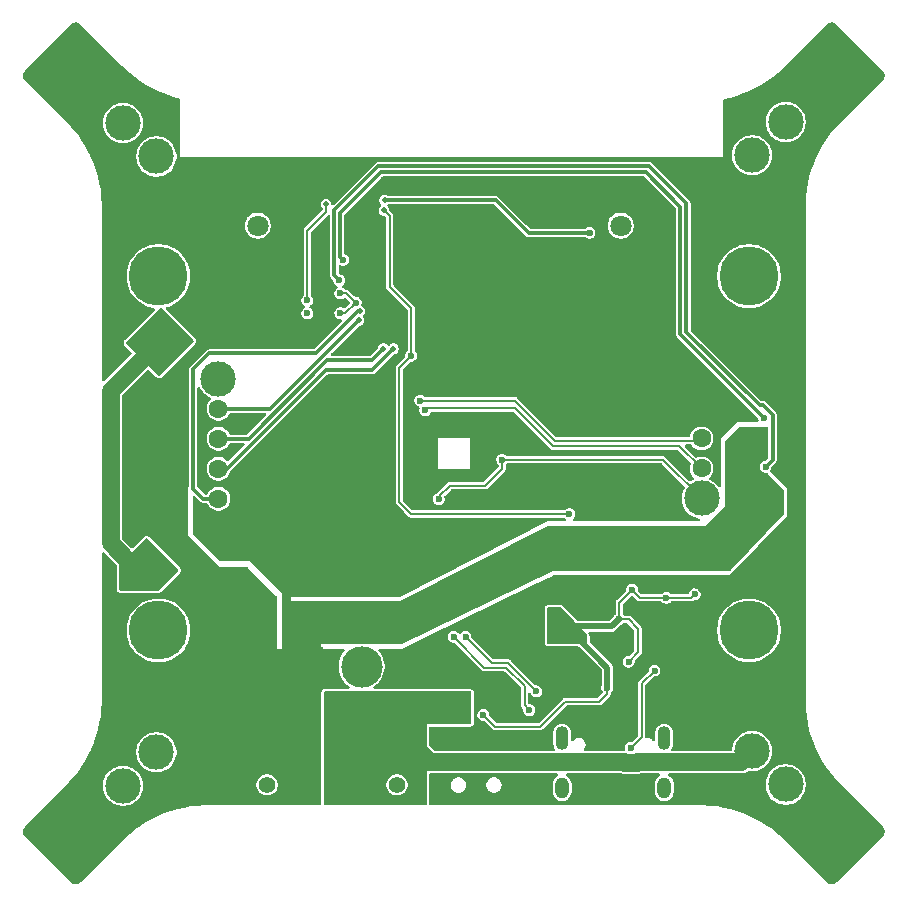
<source format=gbl>
G04 #@! TF.GenerationSoftware,KiCad,Pcbnew,9.0.3*
G04 #@! TF.CreationDate,2026-01-20T11:30:40+07:00*
G04 #@! TF.ProjectId,Mini_drone_PCB,4d696e69-5f64-4726-9f6e-655f5043422e,rev?*
G04 #@! TF.SameCoordinates,Original*
G04 #@! TF.FileFunction,Copper,L2,Bot*
G04 #@! TF.FilePolarity,Positive*
%FSLAX46Y46*%
G04 Gerber Fmt 4.6, Leading zero omitted, Abs format (unit mm)*
G04 Created by KiCad (PCBNEW 9.0.3) date 2026-01-20 11:30:40*
%MOMM*%
%LPD*%
G01*
G04 APERTURE LIST*
G04 #@! TA.AperFunction,ComponentPad*
%ADD10C,3.000000*%
G04 #@! TD*
G04 #@! TA.AperFunction,ComponentPad*
%ADD11C,1.600000*%
G04 #@! TD*
G04 #@! TA.AperFunction,ComponentPad*
%ADD12C,5.000000*%
G04 #@! TD*
G04 #@! TA.AperFunction,ComponentPad*
%ADD13O,1.100000X2.000000*%
G04 #@! TD*
G04 #@! TA.AperFunction,ComponentPad*
%ADD14O,1.200000X1.800000*%
G04 #@! TD*
G04 #@! TA.AperFunction,ComponentPad*
%ADD15C,3.500000*%
G04 #@! TD*
G04 #@! TA.AperFunction,ComponentPad*
%ADD16R,3.500000X3.500000*%
G04 #@! TD*
G04 #@! TA.AperFunction,ComponentPad*
%ADD17C,1.400000*%
G04 #@! TD*
G04 #@! TA.AperFunction,ComponentPad*
%ADD18C,1.800000*%
G04 #@! TD*
G04 #@! TA.AperFunction,ComponentPad*
%ADD19R,1.800000X1.800000*%
G04 #@! TD*
G04 #@! TA.AperFunction,ViaPad*
%ADD20C,0.600000*%
G04 #@! TD*
G04 #@! TA.AperFunction,ViaPad*
%ADD21C,0.500000*%
G04 #@! TD*
G04 #@! TA.AperFunction,Conductor*
%ADD22C,0.300000*%
G04 #@! TD*
G04 #@! TA.AperFunction,Conductor*
%ADD23C,0.200000*%
G04 #@! TD*
G04 #@! TA.AperFunction,Conductor*
%ADD24C,0.500000*%
G04 #@! TD*
G04 #@! TA.AperFunction,Conductor*
%ADD25C,1.500000*%
G04 #@! TD*
G04 APERTURE END LIST*
D10*
G04 #@! TO.P,J3,1,Pin_1*
G04 #@! TO.N,+3V3*
X120072713Y-93545718D03*
D11*
G04 #@! TO.P,J3,2,Pin_2*
G04 #@! TO.N,/MCU/ESP_MOSI*
X120072714Y-96085718D03*
G04 #@! TO.P,J3,3,Pin_3*
G04 #@! TO.N,/MCU/ESP_SCLK*
X120072713Y-98625718D03*
G04 #@! TO.P,J3,4,Pin_4*
G04 #@! TO.N,/MCU/ESP_MISO*
X120072713Y-101165718D03*
G04 #@! TO.P,J3,5,Pin_5*
G04 #@! TO.N,/MCU/ESP_CS*
X120072713Y-103705718D03*
D10*
G04 #@! TO.P,J3,6,Pin_6*
G04 #@! TO.N,GND*
X120072713Y-106245717D03*
G04 #@! TD*
G04 #@! TO.P,J2,1,Pin_1*
G04 #@! TO.N,+3V3*
X160988200Y-103672993D03*
D11*
G04 #@! TO.P,J2,2,Pin_2*
G04 #@! TO.N,/MCU/ESP_SDA*
X160988199Y-101132993D03*
G04 #@! TO.P,J2,3,Pin_3*
G04 #@! TO.N,/MCU/ESP_SCL*
X160988200Y-98592993D03*
D10*
G04 #@! TO.P,J2,4,Pin_4*
G04 #@! TO.N,GND*
X160988200Y-96052993D03*
G04 #@! TD*
D12*
G04 #@! TO.P,H3,1,1*
G04 #@! TO.N,unconnected-(H3-Pad1)*
X165000002Y-114857863D03*
G04 #@! TD*
D10*
G04 #@! TO.P,J6,1,Pin_1*
G04 #@! TO.N,Net-(D4-A)*
X168100000Y-71800000D03*
G04 #@! TO.P,J6,2,Pin_2*
G04 #@! TO.N,+BATT*
X165271573Y-74628427D03*
G04 #@! TD*
D12*
G04 #@! TO.P,H4,1,1*
G04 #@! TO.N,unconnected-(H4-Pad1)*
X115000003Y-84857863D03*
G04 #@! TD*
D10*
G04 #@! TO.P,J5,1,Pin_1*
G04 #@! TO.N,Net-(D3-A)*
X112000000Y-71900000D03*
G04 #@! TO.P,J5,2,Pin_2*
G04 #@! TO.N,+BATT*
X114828427Y-74728427D03*
G04 #@! TD*
G04 #@! TO.P,J7,1,Pin_1*
G04 #@! TO.N,Net-(D5-A)*
X112000000Y-128000000D03*
G04 #@! TO.P,J7,2,Pin_2*
G04 #@! TO.N,+BATT*
X114828427Y-125171573D03*
G04 #@! TD*
G04 #@! TO.P,J4,1,Pin_1*
G04 #@! TO.N,Net-(D6-A)*
X168100000Y-127900000D03*
G04 #@! TO.P,J4,2,Pin_2*
G04 #@! TO.N,+BATT*
X165271573Y-125071573D03*
G04 #@! TD*
D12*
G04 #@! TO.P,H1,1,1*
G04 #@! TO.N,unconnected-(H1-Pad1)*
X165000002Y-84857863D03*
G04 #@! TD*
D13*
G04 #@! TO.P,USB1,13,SHELL*
G04 #@! TO.N,unconnected-(USB1-SHELL-Pad13)_1*
X149175000Y-123986500D03*
D14*
G04 #@! TO.N,unconnected-(USB1-SHELL-Pad13)*
X149175000Y-128186500D03*
D13*
G04 #@! TO.P,USB1,14,SHELL*
G04 #@! TO.N,unconnected-(USB1-SHELL-Pad14)*
X157825000Y-123986500D03*
D14*
G04 #@! TO.N,unconnected-(USB1-SHELL-Pad14)_1*
X157825000Y-128186500D03*
G04 #@! TD*
D12*
G04 #@! TO.P,H2,1,1*
G04 #@! TO.N,unconnected-(H2-Pad1)*
X115000002Y-114857863D03*
G04 #@! TD*
D15*
G04 #@! TO.P,J1,2,+*
G04 #@! TO.N,Net-(J1-+)*
X132200000Y-117925000D03*
D16*
G04 #@! TO.P,J1,1,-*
G04 #@! TO.N,GND*
X127200000Y-117925000D03*
D17*
G04 #@! TO.P,J1,*
G04 #@! TO.N,*
X124200000Y-127925000D03*
X135200000Y-127925000D03*
G04 #@! TD*
D18*
G04 #@! TO.P,D1,2,A*
G04 #@! TO.N,Net-(D1-A)*
X123400000Y-80575000D03*
D19*
G04 #@! TO.P,D1,1,K*
G04 #@! TO.N,GND*
X125940000Y-80575000D03*
G04 #@! TD*
D18*
G04 #@! TO.P,D9,2,A*
G04 #@! TO.N,Net-(D9-A)*
X154130001Y-80575000D03*
D19*
G04 #@! TO.P,D9,1,K*
G04 #@! TO.N,GND*
X156670001Y-80575000D03*
G04 #@! TD*
D20*
G04 #@! TO.N,GND*
X165200000Y-98400000D03*
X167200000Y-104200000D03*
X165200000Y-107000000D03*
G04 #@! TO.N,+BATT*
X113404446Y-110155790D03*
X112500000Y-111000000D03*
X113421657Y-110981893D03*
X114500000Y-111000000D03*
X112500000Y-110177841D03*
G04 #@! TO.N,+VBUS*
X157000000Y-118250000D03*
G04 #@! TO.N,/MCU/ESP_SDA*
X146999257Y-120005497D03*
G04 #@! TO.N,+3V3*
X151500000Y-81200000D03*
X154000000Y-113900000D03*
X138740000Y-103740000D03*
X144100000Y-100400000D03*
G04 #@! TO.N,GND*
X157250000Y-122500000D03*
X138350000Y-82650000D03*
X143400000Y-76700000D03*
X138300000Y-76700000D03*
X134900000Y-76700000D03*
X156750000Y-120750000D03*
X137400000Y-76700000D03*
X139200000Y-76700000D03*
X145100000Y-76700000D03*
X156400000Y-117700000D03*
X142600000Y-103200000D03*
X138400000Y-81000000D03*
X145250000Y-122000000D03*
X138350000Y-84300000D03*
X140000000Y-81000000D03*
X149750000Y-122500000D03*
X140000000Y-82650000D03*
X134100000Y-76700000D03*
X133000000Y-90800000D03*
X142700000Y-96700000D03*
X142500000Y-76700000D03*
X141650000Y-81000000D03*
X134150000Y-77550000D03*
X152102014Y-120144353D03*
X145900000Y-78400000D03*
X141650000Y-84300000D03*
X139750000Y-103750000D03*
X144100000Y-99400000D03*
X145900000Y-79200000D03*
X140000000Y-84300000D03*
X140000000Y-76700000D03*
X136600000Y-76700000D03*
X141700000Y-76700000D03*
X156550000Y-114187500D03*
X135700000Y-76700000D03*
X140800000Y-76700000D03*
X145900000Y-76700000D03*
X141650000Y-82650000D03*
X144500000Y-119500000D03*
X144200000Y-76700000D03*
X122000000Y-121000000D03*
X123000000Y-122000000D03*
X121000000Y-121000000D03*
X124000000Y-122000000D03*
X121000000Y-122000000D03*
X123000000Y-121000000D03*
X122000000Y-122000000D03*
X124000000Y-121000000D03*
X122000000Y-123000000D03*
X123000000Y-125000000D03*
X123000000Y-124000000D03*
X121000000Y-125000000D03*
X121000000Y-123000000D03*
X124000000Y-124000000D03*
X124000000Y-125000000D03*
X121000000Y-124000000D03*
X123000000Y-123000000D03*
X122000000Y-124000000D03*
X124000000Y-123000000D03*
X122000000Y-125000000D03*
X128000000Y-123000000D03*
X126000000Y-125000000D03*
X127000000Y-123000000D03*
X128000000Y-125000000D03*
X126000000Y-124000000D03*
X125000000Y-124000000D03*
X128000000Y-124000000D03*
X127000000Y-125000000D03*
X126000000Y-121000000D03*
X128000000Y-122000000D03*
X125000000Y-121000000D03*
X128000000Y-121000000D03*
X125000000Y-122000000D03*
X126000000Y-122000000D03*
X126000000Y-123000000D03*
X127000000Y-124000000D03*
X125000000Y-125000000D03*
X125000000Y-123000000D03*
X127000000Y-121000000D03*
X127000000Y-122000000D03*
G04 #@! TO.N,+BATT*
X130000000Y-121000000D03*
X131000000Y-121000000D03*
X132000000Y-121000000D03*
X133000000Y-121000000D03*
X134000000Y-121000000D03*
X135000000Y-121000000D03*
X136000000Y-121000000D03*
X137000000Y-121000000D03*
X138000000Y-121000000D03*
X139000000Y-121000000D03*
X140000000Y-121000000D03*
X141000000Y-121000000D03*
X141000000Y-122000000D03*
X132000000Y-122000000D03*
X131000000Y-122000000D03*
X133000000Y-122000000D03*
X135000000Y-122000000D03*
X136000000Y-122000000D03*
X138000000Y-122000000D03*
X130000000Y-122000000D03*
X134000000Y-122000000D03*
X137000000Y-122000000D03*
X139000000Y-122000000D03*
X140000000Y-122000000D03*
X132000000Y-123000000D03*
X133000000Y-123000000D03*
X135000000Y-123000000D03*
X136000000Y-123000000D03*
X130000000Y-123000000D03*
X134000000Y-123000000D03*
X137000000Y-123000000D03*
X131000000Y-123000000D03*
X132000000Y-124000000D03*
X133000000Y-124000000D03*
X135000000Y-124000000D03*
X136000000Y-124000000D03*
X130000000Y-124000000D03*
X134000000Y-124000000D03*
X137000000Y-124000000D03*
X131000000Y-124000000D03*
X132000000Y-125000000D03*
X133000000Y-125000000D03*
X135000000Y-125000000D03*
X136000000Y-125000000D03*
X130000000Y-125000000D03*
X134000000Y-125000000D03*
X137000000Y-125000000D03*
X131000000Y-125000000D03*
X132000000Y-126000000D03*
X133000000Y-126000000D03*
X135000000Y-126000000D03*
X136000000Y-126000000D03*
X130000000Y-126000000D03*
X134000000Y-126000000D03*
X137000000Y-126000000D03*
X131000000Y-126000000D03*
X133000000Y-127000000D03*
X132000000Y-127000000D03*
X130000000Y-127000000D03*
X134000000Y-127000000D03*
X131000000Y-127000000D03*
X133000000Y-128000000D03*
X132000000Y-128000000D03*
X130000000Y-128000000D03*
X134000000Y-128000000D03*
X131000000Y-128000000D03*
X133000000Y-129000000D03*
X132000000Y-129000000D03*
X130000000Y-129000000D03*
X134000000Y-129000000D03*
X131000000Y-129000000D03*
X137000000Y-129000000D03*
X136000000Y-129000000D03*
X137000000Y-127000000D03*
X137000000Y-128000000D03*
X136000000Y-127000000D03*
G04 #@! TO.N,GND*
X148500000Y-117000000D03*
X146000000Y-117600000D03*
G04 #@! TO.N,+3V3*
X148500000Y-114500000D03*
X149500000Y-114500000D03*
X149500000Y-115500000D03*
X148500000Y-115500000D03*
X150500000Y-115500000D03*
X148500000Y-113500000D03*
X142500000Y-122000000D03*
G04 #@! TO.N,GND*
X153100000Y-116000000D03*
G04 #@! TO.N,+3V3*
X153000000Y-119700000D03*
G04 #@! TO.N,GND*
X122000000Y-120000000D03*
X124000000Y-120000000D03*
X123000000Y-120000000D03*
X124000000Y-119000000D03*
X123000000Y-119000000D03*
X124000000Y-118000000D03*
G04 #@! TO.N,/MCU/ESP_SCL*
X131700000Y-87100000D03*
X130400000Y-88000000D03*
G04 #@! TO.N,+3V3*
X158000000Y-112100000D03*
G04 #@! TO.N,GND*
X157800000Y-111300000D03*
G04 #@! TO.N,+3V3*
X155100000Y-111400000D03*
X127600000Y-86900000D03*
X127600000Y-88000000D03*
G04 #@! TO.N,GND*
X137000000Y-118000000D03*
D21*
X130200000Y-76800000D03*
X131150000Y-76750000D03*
X129400000Y-76800000D03*
G04 #@! TO.N,/MCU/ESP_MOSI*
X131951000Y-88600000D03*
G04 #@! TO.N,/MCU/ESP_SCLK*
X134050000Y-91000000D03*
G04 #@! TO.N,/MCU/ESP_MISO*
X134900000Y-91000000D03*
G04 #@! TO.N,/MCU/ESP_CS*
X132055571Y-87822248D03*
G04 #@! TO.N,+3V3*
X129200000Y-78750000D03*
X134150000Y-78400000D03*
G04 #@! TO.N,/MCU/GPIO0*
X134100000Y-79300000D03*
D20*
G04 #@! TO.N,+BATT*
X113000000Y-90500000D03*
X114000000Y-91500000D03*
X115100000Y-92600000D03*
X113800000Y-89600000D03*
X114700000Y-88700000D03*
X116100000Y-91600000D03*
X117000000Y-90700000D03*
G04 #@! TO.N,/MCU/Motor4_PWM*
X166400000Y-101000000D03*
G04 #@! TO.N,/MCU/Motor2_PWM*
X166300000Y-96900000D03*
X130625000Y-83475000D03*
G04 #@! TO.N,/MCU/Motor4_PWM*
X130300000Y-85200000D03*
G04 #@! TO.N,+VBUS*
X155000000Y-124800000D03*
G04 #@! TO.N,+3V3*
X154812500Y-117500000D03*
G04 #@! TO.N,GND*
X114919865Y-100920761D03*
X114316602Y-100327895D03*
X113714235Y-99725527D03*
X113600000Y-100600000D03*
X114816602Y-99827895D03*
X114214235Y-99225527D03*
X112458765Y-95844209D03*
X112500000Y-95000000D03*
X113413947Y-95026711D03*
X113422552Y-94209213D03*
X114300287Y-94217818D03*
X114308893Y-95052527D03*
G04 #@! TO.N,+BATT*
X112482789Y-109294369D03*
G04 #@! TO.N,/MCU/ESP_SDA*
X137600000Y-96200000D03*
G04 #@! TO.N,GND*
X165200000Y-105000000D03*
X166200000Y-105000000D03*
X167200000Y-105000000D03*
X166200000Y-106000000D03*
X165200000Y-106000000D03*
X165200000Y-99200000D03*
X166200000Y-99200000D03*
X166200000Y-98400000D03*
X165200000Y-100000000D03*
X166200000Y-100000000D03*
X165200000Y-100800000D03*
G04 #@! TO.N,/MCU/GPIO0*
X136400000Y-91600000D03*
X149800000Y-105000000D03*
G04 #@! TO.N,/MCU/ESP_SCL*
X137156239Y-95400000D03*
G04 #@! TO.N,+3V3*
X160400000Y-111800000D03*
G04 #@! TO.N,/MCU/ESP_SDA*
X141000000Y-115400000D03*
G04 #@! TO.N,/MCU/ESP_SCL*
X146400000Y-121600000D03*
X140000000Y-115400000D03*
X130400000Y-86300000D03*
G04 #@! TO.N,GND*
X121000000Y-120000000D03*
X122000000Y-119000000D03*
X121000000Y-119000000D03*
X123000000Y-118000000D03*
X122000000Y-118000000D03*
X121000000Y-118000000D03*
G04 #@! TD*
D22*
G04 #@! TO.N,/MCU/ESP_CS*
X117950000Y-102850000D02*
X117950000Y-93050000D01*
X128301057Y-91400000D02*
X131878809Y-87822248D01*
X118450000Y-103350000D02*
X117950000Y-102850000D01*
X117950000Y-92750000D02*
X119300000Y-91400000D01*
X120072713Y-103705718D02*
X118805718Y-103705718D01*
X117950000Y-93050000D02*
X117950000Y-92750000D01*
X119300000Y-91400000D02*
X128301057Y-91400000D01*
X118805718Y-103705718D02*
X118450000Y-103350000D01*
X131878809Y-87822248D02*
X132055571Y-87822248D01*
D23*
G04 #@! TO.N,/MCU/ESP_SCL*
X131700000Y-87100000D02*
X130800000Y-88000000D01*
X130800000Y-88000000D02*
X130400000Y-88000000D01*
D24*
G04 #@! TO.N,+3V3*
X149500000Y-114500000D02*
X153400000Y-114500000D01*
X153400000Y-114500000D02*
X154000000Y-113900000D01*
D23*
X154000000Y-113900000D02*
X154000000Y-112500000D01*
X154000000Y-112500000D02*
X155100000Y-111400000D01*
X155100000Y-111400000D02*
X155800000Y-112100000D01*
X155800000Y-112100000D02*
X158000000Y-112100000D01*
D24*
X150500000Y-115500000D02*
X153000000Y-118000000D01*
X153000000Y-118000000D02*
X153000000Y-119700000D01*
D23*
X147300000Y-123000000D02*
X149400000Y-120900000D01*
X142500000Y-122000000D02*
X143500000Y-123000000D01*
X149400000Y-120900000D02*
X152300000Y-120900000D01*
X143500000Y-123000000D02*
X147300000Y-123000000D01*
X152300000Y-120900000D02*
X153000000Y-120200000D01*
X153000000Y-120200000D02*
X153000000Y-119700000D01*
G04 #@! TO.N,/MCU/ESP_SDA*
X145266450Y-96133550D02*
X145166450Y-96033550D01*
X160988199Y-101132993D02*
X159094361Y-99239155D01*
X148372055Y-99239155D02*
X145266450Y-96133550D01*
X159094361Y-99239155D02*
X148372055Y-99239155D01*
G04 #@! TO.N,/MCU/ESP_SCL*
X131400000Y-87400000D02*
X131700000Y-87100000D01*
G04 #@! TO.N,+3V3*
X138740000Y-103740000D02*
X138740000Y-103510000D01*
X138740000Y-103510000D02*
X139650000Y-102600000D01*
X139650000Y-102600000D02*
X142650000Y-102600000D01*
X142650000Y-102600000D02*
X144100000Y-101150000D01*
X144100000Y-101150000D02*
X144100000Y-100400000D01*
D22*
G04 #@! TO.N,/MCU/ESP_MOSI*
X120072714Y-96085718D02*
X124465282Y-96085718D01*
X124465282Y-96085718D02*
X131951000Y-88600000D01*
G04 #@! TO.N,/MCU/ESP_SCLK*
X122633803Y-98625718D02*
X129304760Y-91954760D01*
X120072713Y-98625718D02*
X122633803Y-98625718D01*
X129304760Y-91954760D02*
X133095240Y-91954760D01*
X133095240Y-91954760D02*
X134050000Y-91000000D01*
G04 #@! TO.N,/MCU/ESP_MISO*
X120802325Y-101165718D02*
X129159020Y-92809020D01*
X120072713Y-101165718D02*
X120802325Y-101165718D01*
X129159020Y-92809020D02*
X133090980Y-92809020D01*
X133090980Y-92809020D02*
X134900000Y-91000000D01*
G04 #@! TO.N,+3V3*
X134150000Y-78400000D02*
X143550000Y-78400000D01*
X146350000Y-81200000D02*
X151500000Y-81200000D01*
X143550000Y-78400000D02*
X146350000Y-81200000D01*
G04 #@! TO.N,/MCU/Motor2_PWM*
X130400000Y-83250000D02*
X130400000Y-79479346D01*
X130400000Y-79479346D02*
X133830346Y-76049000D01*
X130625000Y-83475000D02*
X130400000Y-83250000D01*
X133830346Y-76049000D02*
X156249000Y-76049000D01*
X156249000Y-76049000D02*
X159200000Y-79000000D01*
X159200000Y-79000000D02*
X159200000Y-89800000D01*
X159200000Y-89800000D02*
X166300000Y-96900000D01*
D23*
G04 #@! TO.N,+VBUS*
X157000000Y-118250000D02*
X155900000Y-119350000D01*
X155900000Y-119350000D02*
X155900000Y-123700000D01*
X155900000Y-123700000D02*
X155900000Y-123900000D01*
X155900000Y-123900000D02*
X155000000Y-124800000D01*
G04 #@! TO.N,+3V3*
X155600000Y-116712500D02*
X155600000Y-114700000D01*
X154812500Y-117500000D02*
X155600000Y-116712500D01*
X155600000Y-114700000D02*
X154800000Y-113900000D01*
X154800000Y-113900000D02*
X154000000Y-113900000D01*
D25*
G04 #@! TO.N,+BATT*
X110951002Y-94548998D02*
X114000000Y-91500000D01*
X114500000Y-109000000D02*
X114457155Y-108957155D01*
X114457155Y-108957155D02*
X112457155Y-108957155D01*
X112457155Y-108957155D02*
X110951002Y-107451002D01*
X110951002Y-107451002D02*
X110951002Y-94548998D01*
X138000000Y-126000000D02*
X154430818Y-126000000D01*
X136000000Y-124000000D02*
X138000000Y-126000000D01*
X155518182Y-126051000D02*
X155569182Y-126000000D01*
X154481818Y-126051000D02*
X155518182Y-126051000D01*
X154430818Y-126000000D02*
X154481818Y-126051000D01*
X155569182Y-126000000D02*
X164343146Y-126000000D01*
X164343146Y-126000000D02*
X165271573Y-125071573D01*
D23*
G04 #@! TO.N,/MCU/ESP_SDA*
X145166450Y-96033550D02*
X137766450Y-96033550D01*
X137766450Y-96033550D02*
X137600000Y-96200000D01*
D22*
G04 #@! TO.N,/MCU/Motor4_PWM*
X166400000Y-101000000D02*
X167000000Y-100400000D01*
X165904260Y-95795740D02*
X159701000Y-89592480D01*
X167000000Y-100400000D02*
X167000000Y-96600000D01*
X156548000Y-75548000D02*
X133622825Y-75548000D01*
X166195740Y-95795740D02*
X165904260Y-95795740D01*
X159701000Y-78701000D02*
X156548000Y-75548000D01*
X167000000Y-96600000D02*
X166195740Y-95795740D01*
X159701000Y-89592480D02*
X159701000Y-78701000D01*
X133622825Y-75548000D02*
X129899000Y-79271826D01*
X129899000Y-79271826D02*
X129899000Y-84799000D01*
X129899000Y-84799000D02*
X130300000Y-85200000D01*
D23*
G04 #@! TO.N,/MCU/GPIO0*
X136400000Y-91600000D02*
X136400000Y-87600000D01*
X136400000Y-87600000D02*
X134600000Y-85800000D01*
X134600000Y-85800000D02*
X134600000Y-79800000D01*
X134600000Y-79800000D02*
X134100000Y-79300000D01*
X149800000Y-105000000D02*
X136400000Y-105000000D01*
X136400000Y-105000000D02*
X135400000Y-104000000D01*
X135400000Y-92600000D02*
X136400000Y-91600000D01*
X135400000Y-104000000D02*
X135400000Y-92600000D01*
G04 #@! TO.N,+3V3*
X158000000Y-112100000D02*
X160100000Y-112100000D01*
X160100000Y-112100000D02*
X160400000Y-111800000D01*
X157715207Y-100400000D02*
X160988200Y-103672993D01*
X144100000Y-100400000D02*
X157715207Y-100400000D01*
G04 #@! TO.N,/MCU/ESP_SDA*
X146999257Y-120005497D02*
X144600000Y-117606240D01*
X144600000Y-117606240D02*
X144600000Y-117600000D01*
X144600000Y-117600000D02*
X143200000Y-117600000D01*
X143200000Y-117600000D02*
X141000000Y-115400000D01*
G04 #@! TO.N,/MCU/ESP_SCL*
X146000000Y-119600000D02*
X144400000Y-118000000D01*
X144400000Y-118000000D02*
X142600000Y-118000000D01*
X146000000Y-121200000D02*
X146000000Y-119600000D01*
X146400000Y-121600000D02*
X146000000Y-121200000D01*
X142600000Y-118000000D02*
X140000000Y-115400000D01*
X130900000Y-86300000D02*
X131700000Y-87100000D01*
X130400000Y-86300000D02*
X130900000Y-86300000D01*
X160988200Y-98592993D02*
X160781193Y-98800000D01*
X160781193Y-98800000D02*
X148600000Y-98800000D01*
X148600000Y-98800000D02*
X145200000Y-95400000D01*
X145200000Y-95400000D02*
X137156239Y-95400000D01*
G04 #@! TO.N,+3V3*
X129200000Y-78750000D02*
X129200000Y-79400000D01*
X129200000Y-79400000D02*
X127600000Y-81000000D01*
X127600000Y-81000000D02*
X127600000Y-86900000D01*
G04 #@! TD*
G04 #@! TA.AperFunction,Conductor*
G04 #@! TO.N,GND*
G36*
X172075147Y-63375587D02*
G01*
X172121509Y-63386168D01*
X172167873Y-63396750D01*
X172194073Y-63405918D01*
X172279769Y-63447187D01*
X172303277Y-63461958D01*
X172383112Y-63525624D01*
X172393480Y-63534890D01*
X176322965Y-67464375D01*
X176332230Y-67474742D01*
X176395907Y-67554589D01*
X176410681Y-67578101D01*
X176451952Y-67663801D01*
X176461122Y-67690006D01*
X176482289Y-67782730D01*
X176485399Y-67810323D01*
X176485402Y-67905438D01*
X176482294Y-67933028D01*
X176461134Y-68025758D01*
X176451965Y-68051968D01*
X176410701Y-68137665D01*
X176395930Y-68161175D01*
X176332563Y-68240646D01*
X176323292Y-68251021D01*
X172754658Y-71819655D01*
X172754618Y-71819698D01*
X172584778Y-71989539D01*
X172203367Y-72416339D01*
X171846482Y-72863859D01*
X171846471Y-72863874D01*
X171515272Y-73330654D01*
X171515266Y-73330663D01*
X171210728Y-73815333D01*
X170933848Y-74316310D01*
X170685503Y-74832002D01*
X170685493Y-74832024D01*
X170466453Y-75360832D01*
X170466450Y-75360839D01*
X170466446Y-75360850D01*
X170356450Y-75675200D01*
X170277395Y-75901125D01*
X170118932Y-76451161D01*
X169991563Y-77009202D01*
X169895685Y-77573504D01*
X169895679Y-77573551D01*
X169831598Y-78142289D01*
X169831597Y-78142301D01*
X169831597Y-78142304D01*
X169801590Y-78676615D01*
X169799502Y-78713803D01*
X169799502Y-120664346D01*
X169799483Y-120664410D01*
X169799483Y-121001910D01*
X169799483Y-121001922D01*
X169799484Y-121001926D01*
X169830689Y-121557565D01*
X169831581Y-121573436D01*
X169895664Y-122142180D01*
X169895670Y-122142223D01*
X169991548Y-122706518D01*
X169991549Y-122706522D01*
X169991551Y-122706531D01*
X169997799Y-122733903D01*
X170118920Y-123264567D01*
X170277388Y-123814617D01*
X170277389Y-123814621D01*
X170466428Y-124354859D01*
X170685484Y-124883703D01*
X170685495Y-124883725D01*
X170933841Y-125399418D01*
X171210722Y-125900394D01*
X171515262Y-126385063D01*
X171515268Y-126385072D01*
X171846468Y-126851853D01*
X171846478Y-126851865D01*
X171846486Y-126851877D01*
X172203371Y-127299394D01*
X172448156Y-127573307D01*
X172584786Y-127726196D01*
X172751887Y-127893297D01*
X172751890Y-127893301D01*
X176322965Y-131464376D01*
X176332231Y-131474744D01*
X176395910Y-131554595D01*
X176410682Y-131578104D01*
X176421473Y-131600511D01*
X176451952Y-131663800D01*
X176461120Y-131689995D01*
X176482289Y-131782735D01*
X176485398Y-131810322D01*
X176485401Y-131905439D01*
X176482293Y-131933030D01*
X176461133Y-132025759D01*
X176451964Y-132051967D01*
X176410702Y-132137661D01*
X176395931Y-132161173D01*
X176332546Y-132240665D01*
X176323275Y-132251039D01*
X172416759Y-136157557D01*
X172416757Y-136157559D01*
X172393484Y-136180831D01*
X172383118Y-136190095D01*
X172303277Y-136253766D01*
X172279765Y-136268539D01*
X172194078Y-136309803D01*
X172167871Y-136318974D01*
X172090351Y-136336668D01*
X172075147Y-136340138D01*
X172047555Y-136343247D01*
X171952450Y-136343247D01*
X171924857Y-136340138D01*
X171832133Y-136318974D01*
X171805925Y-136309803D01*
X171720241Y-136268540D01*
X171696729Y-136253767D01*
X171616878Y-136190087D01*
X171606510Y-136180821D01*
X168107576Y-132681887D01*
X168107517Y-132681779D01*
X168042556Y-132616819D01*
X167868358Y-132442623D01*
X167534015Y-132143838D01*
X167441557Y-132061213D01*
X167335012Y-131976248D01*
X166994032Y-131704328D01*
X166527206Y-131373100D01*
X166527201Y-131373097D01*
X166527190Y-131373089D01*
X166527187Y-131373088D01*
X166042548Y-131068572D01*
X166042516Y-131068553D01*
X165541582Y-130791701D01*
X165541583Y-130791701D01*
X165541564Y-130791691D01*
X165541544Y-130791681D01*
X165541522Y-130791670D01*
X165025846Y-130543336D01*
X164497050Y-130324304D01*
X164497032Y-130324297D01*
X163956752Y-130135247D01*
X163956750Y-130135246D01*
X163956746Y-130135245D01*
X163406718Y-129976787D01*
X163406714Y-129976786D01*
X163406704Y-129976783D01*
X162848674Y-129849419D01*
X162848651Y-129849415D01*
X162284344Y-129753538D01*
X161715575Y-129689456D01*
X161715566Y-129689455D01*
X161715562Y-129689455D01*
X161144064Y-129657362D01*
X161144055Y-129657362D01*
X160857865Y-129657363D01*
X138029500Y-129657363D01*
X137962461Y-129637678D01*
X137916706Y-129584874D01*
X137905500Y-129533363D01*
X137905500Y-127891262D01*
X139748350Y-127891262D01*
X139748350Y-128008737D01*
X139755352Y-128061926D01*
X139785755Y-128175392D01*
X139785756Y-128175395D01*
X139806286Y-128224958D01*
X139865023Y-128326693D01*
X139865025Y-128326696D01*
X139865026Y-128326697D01*
X139869450Y-128332463D01*
X139897681Y-128369253D01*
X139980747Y-128452319D01*
X140023307Y-128484977D01*
X140125042Y-128543714D01*
X140174605Y-128564244D01*
X140288076Y-128594648D01*
X140331757Y-128600398D01*
X140341262Y-128601650D01*
X140341263Y-128601650D01*
X140458738Y-128601650D01*
X140466801Y-128600588D01*
X140511924Y-128594648D01*
X140625395Y-128564244D01*
X140674958Y-128543714D01*
X140776693Y-128484977D01*
X140819253Y-128452319D01*
X140902319Y-128369253D01*
X140934977Y-128326693D01*
X140993714Y-128224958D01*
X141014244Y-128175395D01*
X141044648Y-128061924D01*
X141051650Y-128008737D01*
X141051650Y-127891263D01*
X141051650Y-127891262D01*
X142748350Y-127891262D01*
X142748350Y-128008737D01*
X142755352Y-128061926D01*
X142785755Y-128175392D01*
X142785756Y-128175395D01*
X142806286Y-128224958D01*
X142865023Y-128326693D01*
X142865025Y-128326696D01*
X142865026Y-128326697D01*
X142869450Y-128332463D01*
X142897681Y-128369253D01*
X142980747Y-128452319D01*
X143023307Y-128484977D01*
X143125042Y-128543714D01*
X143174605Y-128564244D01*
X143288076Y-128594648D01*
X143331757Y-128600398D01*
X143341262Y-128601650D01*
X143341263Y-128601650D01*
X143458738Y-128601650D01*
X143466801Y-128600588D01*
X143511924Y-128594648D01*
X143625395Y-128564244D01*
X143674958Y-128543714D01*
X143776693Y-128484977D01*
X143819253Y-128452319D01*
X143902319Y-128369253D01*
X143934977Y-128326693D01*
X143993714Y-128224958D01*
X144014244Y-128175395D01*
X144044648Y-128061924D01*
X144051650Y-128008737D01*
X144051650Y-127891263D01*
X144044648Y-127838076D01*
X144014244Y-127724605D01*
X143993714Y-127675042D01*
X143934977Y-127573307D01*
X143902319Y-127530747D01*
X143819253Y-127447681D01*
X143776693Y-127415023D01*
X143674958Y-127356286D01*
X143625395Y-127335756D01*
X143625393Y-127335755D01*
X143625392Y-127335755D01*
X143511926Y-127305352D01*
X143458738Y-127298350D01*
X143458737Y-127298350D01*
X143341263Y-127298350D01*
X143341262Y-127298350D01*
X143288073Y-127305352D01*
X143174607Y-127335755D01*
X143174605Y-127335756D01*
X143137888Y-127350965D01*
X143125042Y-127356286D01*
X143125038Y-127356288D01*
X143023302Y-127415026D01*
X142980747Y-127447680D01*
X142897680Y-127530747D01*
X142865026Y-127573302D01*
X142806288Y-127675038D01*
X142806286Y-127675042D01*
X142785759Y-127724598D01*
X142785755Y-127724607D01*
X142755352Y-127838073D01*
X142748350Y-127891262D01*
X141051650Y-127891262D01*
X141044648Y-127838076D01*
X141014244Y-127724605D01*
X140993714Y-127675042D01*
X140934977Y-127573307D01*
X140902319Y-127530747D01*
X140819253Y-127447681D01*
X140776693Y-127415023D01*
X140674958Y-127356286D01*
X140625395Y-127335756D01*
X140625393Y-127335755D01*
X140625392Y-127335755D01*
X140511926Y-127305352D01*
X140458738Y-127298350D01*
X140458737Y-127298350D01*
X140341263Y-127298350D01*
X140341262Y-127298350D01*
X140288073Y-127305352D01*
X140174607Y-127335755D01*
X140174605Y-127335756D01*
X140137888Y-127350965D01*
X140125042Y-127356286D01*
X140125038Y-127356288D01*
X140023302Y-127415026D01*
X139980747Y-127447680D01*
X139897680Y-127530747D01*
X139865026Y-127573302D01*
X139806288Y-127675038D01*
X139806286Y-127675042D01*
X139785759Y-127724598D01*
X139785755Y-127724607D01*
X139755352Y-127838073D01*
X139748350Y-127891262D01*
X137905500Y-127891262D01*
X137905500Y-127074500D01*
X137925185Y-127007461D01*
X137977989Y-126961706D01*
X138029500Y-126950500D01*
X148726187Y-126950500D01*
X148793226Y-126970185D01*
X148838981Y-127022989D01*
X148848925Y-127092147D01*
X148819900Y-127155703D01*
X148795078Y-127177602D01*
X148664711Y-127264710D01*
X148664707Y-127264713D01*
X148553213Y-127376207D01*
X148553210Y-127376211D01*
X148465609Y-127507314D01*
X148465602Y-127507327D01*
X148405264Y-127652998D01*
X148405261Y-127653010D01*
X148374500Y-127807653D01*
X148374500Y-128565346D01*
X148405261Y-128719989D01*
X148405264Y-128720001D01*
X148465602Y-128865672D01*
X148465609Y-128865685D01*
X148553210Y-128996788D01*
X148553213Y-128996792D01*
X148664707Y-129108286D01*
X148664711Y-129108289D01*
X148795814Y-129195890D01*
X148795827Y-129195897D01*
X148941498Y-129256235D01*
X148941503Y-129256237D01*
X149067211Y-129281242D01*
X149096153Y-129286999D01*
X149096156Y-129287000D01*
X149096158Y-129287000D01*
X149253844Y-129287000D01*
X149253845Y-129286999D01*
X149408497Y-129256237D01*
X149554179Y-129195894D01*
X149685289Y-129108289D01*
X149796789Y-128996789D01*
X149884394Y-128865679D01*
X149944737Y-128719997D01*
X149975500Y-128565342D01*
X149975500Y-127807658D01*
X149975500Y-127807655D01*
X149975499Y-127807653D01*
X149959296Y-127726196D01*
X149944737Y-127653003D01*
X149911724Y-127573302D01*
X149884397Y-127507327D01*
X149884390Y-127507314D01*
X149796789Y-127376211D01*
X149796786Y-127376207D01*
X149685292Y-127264713D01*
X149685288Y-127264710D01*
X149554922Y-127177602D01*
X149510117Y-127123990D01*
X149501410Y-127054665D01*
X149531564Y-126991637D01*
X149591007Y-126954918D01*
X149623813Y-126950500D01*
X154144962Y-126950500D01*
X154173737Y-126953885D01*
X154183313Y-126956169D01*
X154204567Y-126964973D01*
X154296384Y-126983236D01*
X154363084Y-126996503D01*
X154388200Y-127001500D01*
X154388201Y-127001500D01*
X155611800Y-127001500D01*
X155627738Y-126998329D01*
X155703615Y-126983236D01*
X155795433Y-126964973D01*
X155816684Y-126956170D01*
X155826264Y-126953885D01*
X155835604Y-126954365D01*
X155855038Y-126950500D01*
X157376187Y-126950500D01*
X157443226Y-126970185D01*
X157488981Y-127022989D01*
X157498925Y-127092147D01*
X157469900Y-127155703D01*
X157445078Y-127177602D01*
X157314711Y-127264710D01*
X157314707Y-127264713D01*
X157203213Y-127376207D01*
X157203210Y-127376211D01*
X157115609Y-127507314D01*
X157115602Y-127507327D01*
X157055264Y-127652998D01*
X157055261Y-127653010D01*
X157024500Y-127807653D01*
X157024500Y-128565346D01*
X157055261Y-128719989D01*
X157055264Y-128720001D01*
X157115602Y-128865672D01*
X157115609Y-128865685D01*
X157203210Y-128996788D01*
X157203213Y-128996792D01*
X157314707Y-129108286D01*
X157314711Y-129108289D01*
X157445814Y-129195890D01*
X157445827Y-129195897D01*
X157591498Y-129256235D01*
X157591503Y-129256237D01*
X157717211Y-129281242D01*
X157746153Y-129286999D01*
X157746156Y-129287000D01*
X157746158Y-129287000D01*
X157903844Y-129287000D01*
X157903845Y-129286999D01*
X158058497Y-129256237D01*
X158204179Y-129195894D01*
X158335289Y-129108289D01*
X158446789Y-128996789D01*
X158534394Y-128865679D01*
X158594737Y-128719997D01*
X158625500Y-128565342D01*
X158625500Y-127807658D01*
X158625500Y-127807655D01*
X158625499Y-127807653D01*
X158621699Y-127788549D01*
X166399500Y-127788549D01*
X166399500Y-128011450D01*
X166399501Y-128011466D01*
X166428594Y-128232452D01*
X166428595Y-128232457D01*
X166428596Y-128232463D01*
X166465249Y-128369253D01*
X166486290Y-128447780D01*
X166486293Y-128447790D01*
X166547124Y-128594648D01*
X166571595Y-128653726D01*
X166683052Y-128846774D01*
X166683057Y-128846780D01*
X166683058Y-128846782D01*
X166818751Y-129023622D01*
X166818757Y-129023629D01*
X166976370Y-129181242D01*
X166976376Y-129181247D01*
X167153226Y-129316948D01*
X167346274Y-129428405D01*
X167552219Y-129513710D01*
X167767537Y-129571404D01*
X167988543Y-129600500D01*
X167988550Y-129600500D01*
X168211450Y-129600500D01*
X168211457Y-129600500D01*
X168432463Y-129571404D01*
X168647781Y-129513710D01*
X168853726Y-129428405D01*
X169046774Y-129316948D01*
X169223624Y-129181247D01*
X169381247Y-129023624D01*
X169516948Y-128846774D01*
X169628405Y-128653726D01*
X169713710Y-128447781D01*
X169771404Y-128232463D01*
X169800500Y-128011457D01*
X169800500Y-127788543D01*
X169771404Y-127567537D01*
X169713710Y-127352219D01*
X169706890Y-127335755D01*
X169641176Y-127177106D01*
X169628405Y-127146274D01*
X169516948Y-126953226D01*
X169457975Y-126876370D01*
X169381248Y-126776377D01*
X169381242Y-126776370D01*
X169223629Y-126618757D01*
X169223622Y-126618751D01*
X169046782Y-126483058D01*
X169046780Y-126483057D01*
X169046774Y-126483052D01*
X168853726Y-126371595D01*
X168853722Y-126371593D01*
X168647790Y-126286293D01*
X168647783Y-126286291D01*
X168647781Y-126286290D01*
X168432463Y-126228596D01*
X168432457Y-126228595D01*
X168432452Y-126228594D01*
X168211466Y-126199501D01*
X168211463Y-126199500D01*
X168211457Y-126199500D01*
X167988543Y-126199500D01*
X167988537Y-126199500D01*
X167988533Y-126199501D01*
X167767547Y-126228594D01*
X167767540Y-126228595D01*
X167767537Y-126228596D01*
X167566483Y-126282468D01*
X167552219Y-126286290D01*
X167552209Y-126286293D01*
X167346277Y-126371593D01*
X167346273Y-126371595D01*
X167153226Y-126483052D01*
X167153217Y-126483058D01*
X166976377Y-126618751D01*
X166976370Y-126618757D01*
X166818757Y-126776370D01*
X166818751Y-126776377D01*
X166683058Y-126953217D01*
X166683052Y-126953226D01*
X166571595Y-127146273D01*
X166571593Y-127146277D01*
X166486293Y-127352209D01*
X166486290Y-127352219D01*
X166460712Y-127447680D01*
X166428597Y-127567534D01*
X166428594Y-127567547D01*
X166399501Y-127788533D01*
X166399500Y-127788549D01*
X158621699Y-127788549D01*
X158609296Y-127726196D01*
X158594737Y-127653003D01*
X158561724Y-127573302D01*
X158534397Y-127507327D01*
X158534390Y-127507314D01*
X158446789Y-127376211D01*
X158446786Y-127376207D01*
X158335292Y-127264713D01*
X158335288Y-127264710D01*
X158204922Y-127177602D01*
X158160117Y-127123990D01*
X158151410Y-127054665D01*
X158181564Y-126991637D01*
X158241007Y-126954918D01*
X158273813Y-126950500D01*
X164436764Y-126950500D01*
X164445796Y-126948703D01*
X164528579Y-126932236D01*
X164620397Y-126913973D01*
X164721552Y-126872073D01*
X164793376Y-126842323D01*
X164793379Y-126842320D01*
X164793381Y-126842320D01*
X164837887Y-126812581D01*
X164902767Y-126769229D01*
X164969443Y-126748351D01*
X164987832Y-126749391D01*
X165149993Y-126770740D01*
X165160100Y-126772071D01*
X165160116Y-126772073D01*
X165160123Y-126772073D01*
X165383023Y-126772073D01*
X165383030Y-126772073D01*
X165604036Y-126742977D01*
X165819354Y-126685283D01*
X166025299Y-126599978D01*
X166218347Y-126488521D01*
X166395197Y-126352820D01*
X166552820Y-126195197D01*
X166688521Y-126018347D01*
X166799978Y-125825299D01*
X166885283Y-125619354D01*
X166942977Y-125404036D01*
X166972073Y-125183030D01*
X166972073Y-124960116D01*
X166942977Y-124739110D01*
X166885283Y-124523792D01*
X166799978Y-124317847D01*
X166688521Y-124124799D01*
X166562831Y-123960996D01*
X166552821Y-123947950D01*
X166552815Y-123947943D01*
X166395202Y-123790330D01*
X166395195Y-123790324D01*
X166218355Y-123654631D01*
X166218353Y-123654630D01*
X166218347Y-123654625D01*
X166025299Y-123543168D01*
X166025295Y-123543166D01*
X165819363Y-123457866D01*
X165819356Y-123457864D01*
X165819354Y-123457863D01*
X165604036Y-123400169D01*
X165604030Y-123400168D01*
X165604025Y-123400167D01*
X165383039Y-123371074D01*
X165383036Y-123371073D01*
X165383030Y-123371073D01*
X165160116Y-123371073D01*
X165160110Y-123371073D01*
X165160106Y-123371074D01*
X164939120Y-123400167D01*
X164939113Y-123400168D01*
X164939110Y-123400169D01*
X164723792Y-123457863D01*
X164723782Y-123457866D01*
X164517850Y-123543166D01*
X164517846Y-123543168D01*
X164324799Y-123654625D01*
X164324790Y-123654631D01*
X164147950Y-123790324D01*
X164147943Y-123790330D01*
X163990330Y-123947943D01*
X163990324Y-123947950D01*
X163854631Y-124124790D01*
X163854625Y-124124799D01*
X163743168Y-124317846D01*
X163743166Y-124317850D01*
X163657866Y-124523782D01*
X163657863Y-124523792D01*
X163608293Y-124708793D01*
X163600170Y-124739107D01*
X163600168Y-124739118D01*
X163573499Y-124941686D01*
X163545232Y-125005582D01*
X163486908Y-125044053D01*
X163450560Y-125049500D01*
X158550013Y-125049500D01*
X158482974Y-125029815D01*
X158437219Y-124977011D01*
X158427275Y-124907853D01*
X158446911Y-124856609D01*
X158490080Y-124792001D01*
X158490080Y-124792000D01*
X158490084Y-124791995D01*
X158546658Y-124655413D01*
X158568346Y-124546383D01*
X158575500Y-124510420D01*
X158575500Y-123462579D01*
X158546659Y-123317592D01*
X158546658Y-123317591D01*
X158546658Y-123317587D01*
X158524699Y-123264572D01*
X158490087Y-123181011D01*
X158490080Y-123180998D01*
X158407951Y-123058084D01*
X158407948Y-123058080D01*
X158303419Y-122953551D01*
X158303415Y-122953548D01*
X158180501Y-122871419D01*
X158180488Y-122871412D01*
X158043917Y-122814843D01*
X158043907Y-122814840D01*
X157898920Y-122786000D01*
X157898918Y-122786000D01*
X157751082Y-122786000D01*
X157751080Y-122786000D01*
X157606092Y-122814840D01*
X157606082Y-122814843D01*
X157469511Y-122871412D01*
X157469498Y-122871419D01*
X157346584Y-122953548D01*
X157346580Y-122953551D01*
X157242051Y-123058080D01*
X157242048Y-123058084D01*
X157159919Y-123180998D01*
X157159912Y-123181011D01*
X157103343Y-123317582D01*
X157103340Y-123317592D01*
X157074500Y-123462579D01*
X157074500Y-124124419D01*
X157054815Y-124191458D01*
X157002011Y-124237213D01*
X156932853Y-124247157D01*
X156869297Y-124218132D01*
X156847402Y-124193317D01*
X156845644Y-124190686D01*
X156845643Y-124190684D01*
X156845634Y-124190672D01*
X156812990Y-124148130D01*
X156812982Y-124148121D01*
X156748378Y-124083517D01*
X156748369Y-124083509D01*
X156705821Y-124050860D01*
X156705813Y-124050855D01*
X156626686Y-124005172D01*
X156626676Y-124005167D01*
X156577128Y-123984644D01*
X156488869Y-123960995D01*
X156435685Y-123953994D01*
X156435684Y-123953994D01*
X156344316Y-123953994D01*
X156344313Y-123953994D01*
X156340671Y-123954473D01*
X156271637Y-123943699D01*
X156219386Y-123897313D01*
X156200500Y-123831532D01*
X156200500Y-119525832D01*
X156220185Y-119458793D01*
X156236815Y-119438155D01*
X156888151Y-118786818D01*
X156949474Y-118753334D01*
X156975832Y-118750500D01*
X157065890Y-118750500D01*
X157065892Y-118750500D01*
X157193186Y-118716392D01*
X157307314Y-118650500D01*
X157400500Y-118557314D01*
X157466392Y-118443186D01*
X157500500Y-118315892D01*
X157500500Y-118184108D01*
X157466392Y-118056814D01*
X157400500Y-117942686D01*
X157307314Y-117849500D01*
X157250250Y-117816554D01*
X157193187Y-117783608D01*
X157129539Y-117766554D01*
X157065892Y-117749500D01*
X156934108Y-117749500D01*
X156806812Y-117783608D01*
X156692686Y-117849500D01*
X156692683Y-117849502D01*
X156599502Y-117942683D01*
X156599500Y-117942686D01*
X156533608Y-118056812D01*
X156499500Y-118184108D01*
X156499500Y-118274166D01*
X156479815Y-118341205D01*
X156463181Y-118361847D01*
X155715489Y-119109540D01*
X155659541Y-119165487D01*
X155659535Y-119165495D01*
X155619982Y-119234004D01*
X155619979Y-119234009D01*
X155599500Y-119310439D01*
X155599500Y-123724166D01*
X155579815Y-123791205D01*
X155563181Y-123811847D01*
X155111847Y-124263181D01*
X155050524Y-124296666D01*
X155024166Y-124299500D01*
X154934108Y-124299500D01*
X154806812Y-124333608D01*
X154692686Y-124399500D01*
X154692683Y-124399502D01*
X154599502Y-124492683D01*
X154599500Y-124492686D01*
X154533608Y-124606812D01*
X154520586Y-124655413D01*
X154499500Y-124734108D01*
X154499500Y-124865892D01*
X154504278Y-124883725D01*
X154506873Y-124893407D01*
X154505210Y-124963256D01*
X154466048Y-125021119D01*
X154401819Y-125048623D01*
X154387098Y-125049500D01*
X151142765Y-125049500D01*
X151075726Y-125029815D01*
X151029971Y-124977011D01*
X151020027Y-124907853D01*
X151044389Y-124850013D01*
X151065643Y-124822316D01*
X151111327Y-124743188D01*
X151131856Y-124693627D01*
X151155504Y-124605372D01*
X151162506Y-124552184D01*
X151162506Y-124460816D01*
X151155504Y-124407628D01*
X151131856Y-124319373D01*
X151131224Y-124317847D01*
X151111332Y-124269823D01*
X151111327Y-124269813D01*
X151111327Y-124269812D01*
X151065643Y-124190684D01*
X151065641Y-124190682D01*
X151065639Y-124190678D01*
X151032990Y-124148130D01*
X151032982Y-124148121D01*
X150968378Y-124083517D01*
X150968369Y-124083509D01*
X150925821Y-124050860D01*
X150925813Y-124050855D01*
X150846686Y-124005172D01*
X150846676Y-124005167D01*
X150797128Y-123984644D01*
X150708869Y-123960995D01*
X150655685Y-123953994D01*
X150655684Y-123953994D01*
X150564316Y-123953994D01*
X150564315Y-123953994D01*
X150511130Y-123960995D01*
X150422871Y-123984644D01*
X150422870Y-123984644D01*
X150373323Y-124005167D01*
X150373313Y-124005172D01*
X150294186Y-124050855D01*
X150294178Y-124050860D01*
X150251630Y-124083509D01*
X150251621Y-124083517D01*
X150187017Y-124148121D01*
X150187009Y-124148130D01*
X150154362Y-124190676D01*
X150152598Y-124193317D01*
X150098982Y-124238118D01*
X150029657Y-124246821D01*
X149966631Y-124216662D01*
X149929916Y-124157216D01*
X149925500Y-124124419D01*
X149925500Y-123462579D01*
X149896659Y-123317592D01*
X149896658Y-123317591D01*
X149896658Y-123317587D01*
X149874699Y-123264572D01*
X149840087Y-123181011D01*
X149840080Y-123180998D01*
X149757951Y-123058084D01*
X149757948Y-123058080D01*
X149653419Y-122953551D01*
X149653415Y-122953548D01*
X149530501Y-122871419D01*
X149530488Y-122871412D01*
X149393917Y-122814843D01*
X149393907Y-122814840D01*
X149248920Y-122786000D01*
X149248918Y-122786000D01*
X149101082Y-122786000D01*
X149101080Y-122786000D01*
X148956092Y-122814840D01*
X148956082Y-122814843D01*
X148819511Y-122871412D01*
X148819498Y-122871419D01*
X148696584Y-122953548D01*
X148696580Y-122953551D01*
X148592051Y-123058080D01*
X148592048Y-123058084D01*
X148509919Y-123180998D01*
X148509912Y-123181011D01*
X148453343Y-123317582D01*
X148453340Y-123317592D01*
X148424500Y-123462579D01*
X148424500Y-123462582D01*
X148424500Y-124510418D01*
X148424500Y-124510420D01*
X148424499Y-124510420D01*
X148453340Y-124655407D01*
X148453343Y-124655417D01*
X148509912Y-124791988D01*
X148509919Y-124792001D01*
X148553089Y-124856609D01*
X148573967Y-124923287D01*
X148555482Y-124990667D01*
X148503504Y-125037357D01*
X148449987Y-125049500D01*
X138445072Y-125049500D01*
X138378033Y-125029815D01*
X138357391Y-125013181D01*
X137941819Y-124597609D01*
X137908334Y-124536286D01*
X137905500Y-124509928D01*
X137905500Y-123129500D01*
X137925185Y-123062461D01*
X137977989Y-123016706D01*
X138029500Y-123005500D01*
X141375991Y-123005500D01*
X141376000Y-123005500D01*
X141419684Y-123000803D01*
X141448875Y-122994452D01*
X141471174Y-122989602D01*
X141471190Y-122989598D01*
X141471195Y-122989597D01*
X141481373Y-122987110D01*
X141562085Y-122944100D01*
X141614889Y-122898345D01*
X141632843Y-122880754D01*
X141677490Y-122800937D01*
X141697175Y-122733898D01*
X141705500Y-122676000D01*
X141705500Y-121934108D01*
X141999500Y-121934108D01*
X141999500Y-122065892D01*
X142008773Y-122100499D01*
X142033608Y-122193187D01*
X142066554Y-122250250D01*
X142099500Y-122307314D01*
X142192686Y-122400500D01*
X142306814Y-122466392D01*
X142434108Y-122500500D01*
X142434110Y-122500500D01*
X142524167Y-122500500D01*
X142591206Y-122520185D01*
X142611848Y-122536819D01*
X143315489Y-123240460D01*
X143357252Y-123264572D01*
X143384008Y-123280020D01*
X143384012Y-123280022D01*
X143460438Y-123300500D01*
X143460440Y-123300500D01*
X147339560Y-123300500D01*
X147339562Y-123300500D01*
X147415989Y-123280021D01*
X147484511Y-123240460D01*
X147540460Y-123184511D01*
X149488152Y-121236819D01*
X149549475Y-121203334D01*
X149575833Y-121200500D01*
X152339560Y-121200500D01*
X152339562Y-121200500D01*
X152415989Y-121180021D01*
X152484511Y-121140460D01*
X152540460Y-121084511D01*
X153240460Y-120384511D01*
X153270713Y-120332111D01*
X153280021Y-120315989D01*
X153300500Y-120239562D01*
X153300500Y-120146572D01*
X153302840Y-120134699D01*
X153313615Y-120114011D01*
X153320185Y-120091637D01*
X153334560Y-120073797D01*
X153335116Y-120072731D01*
X153335679Y-120072408D01*
X153336819Y-120070995D01*
X153342751Y-120065063D01*
X153400500Y-120007314D01*
X153466392Y-119893186D01*
X153500500Y-119765892D01*
X153500500Y-119634108D01*
X153466392Y-119506814D01*
X153466388Y-119506807D01*
X153463281Y-119499304D01*
X153464616Y-119498751D01*
X153450500Y-119446062D01*
X153450500Y-117940693D01*
X153450500Y-117940691D01*
X153419799Y-117826114D01*
X153419799Y-117826113D01*
X153360489Y-117723386D01*
X151541819Y-115904716D01*
X151508334Y-115843393D01*
X151505500Y-115817035D01*
X151505500Y-115348231D01*
X151504817Y-115332241D01*
X151504752Y-115330713D01*
X151502949Y-115309643D01*
X151482667Y-115236605D01*
X151451877Y-115173885D01*
X151451874Y-115173881D01*
X151451871Y-115173875D01*
X151431762Y-115144428D01*
X151410211Y-115077965D01*
X151428015Y-115010402D01*
X151479520Y-114963189D01*
X151534163Y-114950500D01*
X153459308Y-114950500D01*
X153459309Y-114950500D01*
X153549673Y-114926286D01*
X153573887Y-114919799D01*
X153676614Y-114860489D01*
X154138990Y-114398111D01*
X154186228Y-114370842D01*
X154185674Y-114369504D01*
X154193180Y-114366393D01*
X154193186Y-114366392D01*
X154307314Y-114300500D01*
X154370995Y-114236819D01*
X154397922Y-114222115D01*
X154423741Y-114205523D01*
X154429941Y-114204631D01*
X154432318Y-114203334D01*
X154458676Y-114200500D01*
X154624167Y-114200500D01*
X154691206Y-114220185D01*
X154711848Y-114236819D01*
X155263181Y-114788152D01*
X155296666Y-114849475D01*
X155299500Y-114875833D01*
X155299500Y-116536666D01*
X155279815Y-116603705D01*
X155263181Y-116624347D01*
X154924347Y-116963181D01*
X154863024Y-116996666D01*
X154836666Y-116999500D01*
X154746608Y-116999500D01*
X154619312Y-117033608D01*
X154505186Y-117099500D01*
X154505183Y-117099502D01*
X154412002Y-117192683D01*
X154412000Y-117192686D01*
X154346108Y-117306812D01*
X154312000Y-117434108D01*
X154312000Y-117565891D01*
X154346108Y-117693187D01*
X154378621Y-117749500D01*
X154412000Y-117807314D01*
X154505186Y-117900500D01*
X154619314Y-117966392D01*
X154746608Y-118000500D01*
X154746610Y-118000500D01*
X154878390Y-118000500D01*
X154878392Y-118000500D01*
X155005686Y-117966392D01*
X155119814Y-117900500D01*
X155213000Y-117807314D01*
X155278892Y-117693186D01*
X155313000Y-117565892D01*
X155313000Y-117475832D01*
X155332685Y-117408793D01*
X155349319Y-117388151D01*
X155544787Y-117192683D01*
X155840460Y-116897011D01*
X155880021Y-116828489D01*
X155900500Y-116752062D01*
X155900500Y-114706199D01*
X162299502Y-114706199D01*
X162299502Y-115009526D01*
X162333459Y-115310911D01*
X162333462Y-115310925D01*
X162400955Y-115606634D01*
X162400959Y-115606646D01*
X162501135Y-115892931D01*
X162632735Y-116166201D01*
X162632737Y-116166204D01*
X162794110Y-116423027D01*
X162895653Y-116550358D01*
X162964099Y-116636187D01*
X162983223Y-116660167D01*
X163197698Y-116874642D01*
X163434838Y-117063755D01*
X163691661Y-117225128D01*
X163964937Y-117356731D01*
X164179953Y-117431968D01*
X164251218Y-117456905D01*
X164251230Y-117456909D01*
X164546939Y-117524403D01*
X164546948Y-117524404D01*
X164546953Y-117524405D01*
X164747876Y-117547043D01*
X164848339Y-117558362D01*
X164848342Y-117558363D01*
X164848345Y-117558363D01*
X165151662Y-117558363D01*
X165151663Y-117558362D01*
X165305696Y-117541007D01*
X165453050Y-117524405D01*
X165453053Y-117524404D01*
X165453065Y-117524403D01*
X165748774Y-117456909D01*
X166035067Y-117356731D01*
X166308343Y-117225128D01*
X166565166Y-117063755D01*
X166802306Y-116874642D01*
X167016781Y-116660167D01*
X167205894Y-116423027D01*
X167367267Y-116166204D01*
X167498870Y-115892928D01*
X167599048Y-115606635D01*
X167666542Y-115310926D01*
X167700502Y-115009520D01*
X167700502Y-114706206D01*
X167679014Y-114515489D01*
X167666544Y-114404814D01*
X167666543Y-114404809D01*
X167666542Y-114404800D01*
X167599048Y-114109091D01*
X167498870Y-113822798D01*
X167367267Y-113549522D01*
X167205894Y-113292699D01*
X167016781Y-113055559D01*
X166802306Y-112841084D01*
X166752492Y-112801359D01*
X166703777Y-112762510D01*
X166565166Y-112651971D01*
X166308343Y-112490598D01*
X166308340Y-112490596D01*
X166035070Y-112358996D01*
X165748785Y-112258820D01*
X165748773Y-112258816D01*
X165520558Y-112206727D01*
X165453065Y-112191323D01*
X165453062Y-112191322D01*
X165453050Y-112191320D01*
X165151665Y-112157363D01*
X165151659Y-112157363D01*
X164848345Y-112157363D01*
X164848338Y-112157363D01*
X164546953Y-112191320D01*
X164546939Y-112191323D01*
X164251230Y-112258816D01*
X164251218Y-112258820D01*
X163964933Y-112358996D01*
X163691663Y-112490596D01*
X163434839Y-112651970D01*
X163197698Y-112841083D01*
X162983222Y-113055559D01*
X162794109Y-113292700D01*
X162632735Y-113549524D01*
X162501135Y-113822794D01*
X162400959Y-114109079D01*
X162400955Y-114109091D01*
X162333462Y-114404800D01*
X162333459Y-114404814D01*
X162299502Y-114706199D01*
X155900500Y-114706199D01*
X155900500Y-114660438D01*
X155880021Y-114584011D01*
X155880017Y-114584004D01*
X155840464Y-114515495D01*
X155840458Y-114515487D01*
X154984512Y-113659541D01*
X154984504Y-113659535D01*
X154915995Y-113619982D01*
X154915990Y-113619979D01*
X154890513Y-113613152D01*
X154839562Y-113599500D01*
X154839560Y-113599500D01*
X154458676Y-113599500D01*
X154429231Y-113590854D01*
X154399248Y-113584331D01*
X154394233Y-113580577D01*
X154391637Y-113579815D01*
X154370998Y-113563184D01*
X154336817Y-113529003D01*
X154303333Y-113467679D01*
X154300500Y-113441323D01*
X154300500Y-112675832D01*
X154320185Y-112608793D01*
X154336815Y-112588155D01*
X154988151Y-111936818D01*
X155049474Y-111903334D01*
X155075832Y-111900500D01*
X155124167Y-111900500D01*
X155191206Y-111920185D01*
X155211848Y-111936819D01*
X155559540Y-112284511D01*
X155615489Y-112340460D01*
X155615491Y-112340461D01*
X155615495Y-112340464D01*
X155684004Y-112380017D01*
X155684007Y-112380019D01*
X155684011Y-112380021D01*
X155760438Y-112400500D01*
X157541324Y-112400500D01*
X157608363Y-112420185D01*
X157629005Y-112436819D01*
X157692686Y-112500500D01*
X157806814Y-112566392D01*
X157934108Y-112600500D01*
X157934110Y-112600500D01*
X158065890Y-112600500D01*
X158065892Y-112600500D01*
X158193186Y-112566392D01*
X158307314Y-112500500D01*
X158370995Y-112436819D01*
X158432318Y-112403334D01*
X158458676Y-112400500D01*
X160139560Y-112400500D01*
X160139562Y-112400500D01*
X160215989Y-112380021D01*
X160284511Y-112340460D01*
X160284513Y-112340458D01*
X160288153Y-112336819D01*
X160349476Y-112303334D01*
X160375834Y-112300500D01*
X160465890Y-112300500D01*
X160465892Y-112300500D01*
X160593186Y-112266392D01*
X160707314Y-112200500D01*
X160800500Y-112107314D01*
X160866392Y-111993186D01*
X160900500Y-111865892D01*
X160900500Y-111734108D01*
X160866392Y-111606814D01*
X160800500Y-111492686D01*
X160707314Y-111399500D01*
X160650250Y-111366554D01*
X160593187Y-111333608D01*
X160529539Y-111316554D01*
X160465892Y-111299500D01*
X160334108Y-111299500D01*
X160206812Y-111333608D01*
X160092686Y-111399500D01*
X160092683Y-111399502D01*
X159999502Y-111492683D01*
X159999500Y-111492686D01*
X159933608Y-111606812D01*
X159923632Y-111644044D01*
X159907166Y-111705500D01*
X159906605Y-111707593D01*
X159870240Y-111767254D01*
X159807393Y-111797783D01*
X159786830Y-111799500D01*
X158458676Y-111799500D01*
X158391637Y-111779815D01*
X158370995Y-111763181D01*
X158307316Y-111699502D01*
X158307314Y-111699500D01*
X158211262Y-111644044D01*
X158193187Y-111633608D01*
X158123325Y-111614889D01*
X158065892Y-111599500D01*
X157934108Y-111599500D01*
X157806812Y-111633608D01*
X157692686Y-111699500D01*
X157692683Y-111699502D01*
X157629005Y-111763181D01*
X157567682Y-111796666D01*
X157541324Y-111799500D01*
X155975833Y-111799500D01*
X155908794Y-111779815D01*
X155888152Y-111763181D01*
X155636819Y-111511848D01*
X155603334Y-111450525D01*
X155600500Y-111424167D01*
X155600500Y-111334110D01*
X155600500Y-111334108D01*
X155566392Y-111206814D01*
X155500500Y-111092686D01*
X155407314Y-110999500D01*
X155350250Y-110966554D01*
X155293187Y-110933608D01*
X155229539Y-110916554D01*
X155165892Y-110899500D01*
X155034108Y-110899500D01*
X154906812Y-110933608D01*
X154792686Y-110999500D01*
X154792683Y-110999502D01*
X154699502Y-111092683D01*
X154699500Y-111092686D01*
X154633608Y-111206812D01*
X154599500Y-111334108D01*
X154599500Y-111424166D01*
X154579815Y-111491205D01*
X154563181Y-111511847D01*
X153815489Y-112259540D01*
X153759541Y-112315487D01*
X153759535Y-112315495D01*
X153719982Y-112384004D01*
X153719979Y-112384009D01*
X153699500Y-112460439D01*
X153699500Y-113441323D01*
X153679815Y-113508362D01*
X153663182Y-113529004D01*
X153599499Y-113592687D01*
X153599498Y-113592689D01*
X153533606Y-113706816D01*
X153530495Y-113714328D01*
X153529161Y-113713775D01*
X153501886Y-113761009D01*
X153249714Y-114013182D01*
X153188394Y-114046666D01*
X153162035Y-114049500D01*
X150487031Y-114049500D01*
X150419992Y-114029815D01*
X150395624Y-114009290D01*
X149288354Y-112801359D01*
X149288340Y-112801345D01*
X149269254Y-112783043D01*
X149269246Y-112783035D01*
X149244878Y-112762510D01*
X149244876Y-112762509D01*
X149244874Y-112762507D01*
X149170392Y-112722511D01*
X149170388Y-112722509D01*
X149103357Y-112702826D01*
X149102708Y-112702732D01*
X149045452Y-112694500D01*
X148024000Y-112694500D01*
X148023992Y-112694500D01*
X147980313Y-112699197D01*
X147928825Y-112710397D01*
X147918627Y-112712890D01*
X147918624Y-112712891D01*
X147837916Y-112755899D01*
X147837913Y-112755901D01*
X147785104Y-112801660D01*
X147767160Y-112819242D01*
X147767154Y-112819249D01*
X147722511Y-112899059D01*
X147722509Y-112899064D01*
X147702826Y-112966096D01*
X147694500Y-113024003D01*
X147694500Y-115876000D01*
X147699197Y-115919686D01*
X147710397Y-115971174D01*
X147712890Y-115981372D01*
X147712891Y-115981375D01*
X147755899Y-116062083D01*
X147755901Y-116062086D01*
X147801660Y-116114895D01*
X147819242Y-116132839D01*
X147819246Y-116132843D01*
X147819247Y-116132844D01*
X147819249Y-116132845D01*
X147899059Y-116177488D01*
X147899063Y-116177490D01*
X147966102Y-116197175D01*
X148024000Y-116205500D01*
X150517035Y-116205500D01*
X150584074Y-116225185D01*
X150604716Y-116241819D01*
X152513181Y-118150284D01*
X152546666Y-118211607D01*
X152549500Y-118237965D01*
X152549500Y-119446062D01*
X152535383Y-119498751D01*
X152536719Y-119499304D01*
X152533608Y-119506814D01*
X152499500Y-119634108D01*
X152499500Y-119765892D01*
X152508424Y-119799197D01*
X152533608Y-119893187D01*
X152559431Y-119937913D01*
X152599500Y-120007314D01*
X152599502Y-120007316D01*
X152604447Y-120013760D01*
X152602297Y-120015409D01*
X152629411Y-120065063D01*
X152624427Y-120134755D01*
X152595926Y-120179102D01*
X152211848Y-120563181D01*
X152150525Y-120596666D01*
X152124167Y-120599500D01*
X149360438Y-120599500D01*
X149322224Y-120609739D01*
X149284009Y-120619979D01*
X149249923Y-120639659D01*
X149232879Y-120649500D01*
X149232877Y-120649500D01*
X149232877Y-120649501D01*
X149215492Y-120659537D01*
X149215487Y-120659541D01*
X147211848Y-122663181D01*
X147150525Y-122696666D01*
X147124167Y-122699500D01*
X143675833Y-122699500D01*
X143608794Y-122679815D01*
X143588152Y-122663181D01*
X143036819Y-122111848D01*
X143003334Y-122050525D01*
X143000500Y-122024167D01*
X143000500Y-121934110D01*
X143000500Y-121934108D01*
X142966392Y-121806814D01*
X142900500Y-121692686D01*
X142807314Y-121599500D01*
X142750250Y-121566554D01*
X142693187Y-121533608D01*
X142629539Y-121516554D01*
X142565892Y-121499500D01*
X142434108Y-121499500D01*
X142306812Y-121533608D01*
X142192686Y-121599500D01*
X142192683Y-121599502D01*
X142099502Y-121692683D01*
X142099500Y-121692686D01*
X142033608Y-121806812D01*
X142006680Y-121907313D01*
X141999500Y-121934108D01*
X141705500Y-121934108D01*
X141705500Y-120124000D01*
X141700803Y-120080316D01*
X141696897Y-120062364D01*
X141689602Y-120028825D01*
X141689348Y-120027789D01*
X141687110Y-120018627D01*
X141644100Y-119937915D01*
X141598345Y-119885111D01*
X141598339Y-119885104D01*
X141580757Y-119867160D01*
X141580756Y-119867159D01*
X141580754Y-119867157D01*
X141580752Y-119867156D01*
X141580750Y-119867154D01*
X141500940Y-119822511D01*
X141500935Y-119822509D01*
X141433903Y-119802826D01*
X141433899Y-119802825D01*
X141433898Y-119802825D01*
X141376000Y-119794500D01*
X141375996Y-119794500D01*
X133325705Y-119794500D01*
X133258666Y-119774815D01*
X133212911Y-119722011D01*
X133202967Y-119652853D01*
X133231992Y-119589297D01*
X133263702Y-119563114D01*
X133285965Y-119550261D01*
X133488813Y-119394610D01*
X133669610Y-119213813D01*
X133825261Y-119010965D01*
X133953104Y-118789535D01*
X134050950Y-118553313D01*
X134117126Y-118306340D01*
X134150500Y-118052843D01*
X134150500Y-117797157D01*
X134117126Y-117543660D01*
X134050950Y-117296687D01*
X134043961Y-117279815D01*
X134007870Y-117192683D01*
X133953104Y-117060465D01*
X133953102Y-117060462D01*
X133953100Y-117060457D01*
X133825265Y-116839042D01*
X133825261Y-116839035D01*
X133669610Y-116636187D01*
X133669605Y-116636181D01*
X133645105Y-116611681D01*
X133611620Y-116550358D01*
X133616604Y-116480666D01*
X133658476Y-116424733D01*
X133723940Y-116400316D01*
X133732786Y-116400000D01*
X135599999Y-116400000D01*
X135600000Y-116400000D01*
X137800551Y-115334108D01*
X139499500Y-115334108D01*
X139499500Y-115465892D01*
X139502661Y-115477690D01*
X139533608Y-115593187D01*
X139541379Y-115606646D01*
X139599500Y-115707314D01*
X139692686Y-115800500D01*
X139806814Y-115866392D01*
X139934108Y-115900500D01*
X139934110Y-115900500D01*
X140024167Y-115900500D01*
X140091206Y-115920185D01*
X140111848Y-115936819D01*
X142359540Y-118184511D01*
X142415489Y-118240460D01*
X142415491Y-118240461D01*
X142415495Y-118240464D01*
X142473870Y-118274166D01*
X142484011Y-118280021D01*
X142560438Y-118300500D01*
X142639562Y-118300500D01*
X144224167Y-118300500D01*
X144291206Y-118320185D01*
X144311848Y-118336819D01*
X145663181Y-119688152D01*
X145696666Y-119749475D01*
X145699500Y-119775833D01*
X145699500Y-121239562D01*
X145713152Y-121290513D01*
X145719979Y-121315990D01*
X145733823Y-121339968D01*
X145739904Y-121350500D01*
X145759540Y-121384511D01*
X145866095Y-121491066D01*
X145868801Y-121494157D01*
X145881818Y-121522283D01*
X145896666Y-121549475D01*
X145897350Y-121555844D01*
X145898147Y-121557565D01*
X145897802Y-121560048D01*
X145899500Y-121575833D01*
X145899500Y-121665892D01*
X145916554Y-121729539D01*
X145933608Y-121793187D01*
X145941475Y-121806812D01*
X145999500Y-121907314D01*
X146092686Y-122000500D01*
X146206814Y-122066392D01*
X146334108Y-122100500D01*
X146334110Y-122100500D01*
X146465890Y-122100500D01*
X146465892Y-122100500D01*
X146593186Y-122066392D01*
X146707314Y-122000500D01*
X146800500Y-121907314D01*
X146866392Y-121793186D01*
X146900500Y-121665892D01*
X146900500Y-121534108D01*
X146866392Y-121406814D01*
X146800500Y-121292686D01*
X146707314Y-121199500D01*
X146650250Y-121166554D01*
X146593187Y-121133608D01*
X146529539Y-121116554D01*
X146465892Y-121099500D01*
X146424500Y-121099500D01*
X146357461Y-121079815D01*
X146311706Y-121027011D01*
X146300500Y-120975500D01*
X146300500Y-120258990D01*
X146320185Y-120191951D01*
X146372989Y-120146196D01*
X146442147Y-120136252D01*
X146505703Y-120165277D01*
X146531887Y-120196990D01*
X146598754Y-120312807D01*
X146598756Y-120312809D01*
X146598757Y-120312811D01*
X146691943Y-120405997D01*
X146806071Y-120471889D01*
X146933365Y-120505997D01*
X146933367Y-120505997D01*
X147065147Y-120505997D01*
X147065149Y-120505997D01*
X147192443Y-120471889D01*
X147306571Y-120405997D01*
X147399757Y-120312811D01*
X147465649Y-120198683D01*
X147499757Y-120071389D01*
X147499757Y-119939605D01*
X147465649Y-119812311D01*
X147464547Y-119810403D01*
X147444588Y-119775833D01*
X147399757Y-119698183D01*
X147306571Y-119604997D01*
X147211766Y-119550261D01*
X147192444Y-119539105D01*
X147128796Y-119522051D01*
X147065149Y-119504997D01*
X146975090Y-119504997D01*
X146908051Y-119485312D01*
X146887409Y-119468678D01*
X144860528Y-117441797D01*
X144840817Y-117416107D01*
X144840460Y-117415489D01*
X144813122Y-117388151D01*
X144784511Y-117359540D01*
X144784508Y-117359538D01*
X144784504Y-117359535D01*
X144715995Y-117319982D01*
X144715990Y-117319979D01*
X144690513Y-117313152D01*
X144639562Y-117299500D01*
X144639560Y-117299500D01*
X143375833Y-117299500D01*
X143308794Y-117279815D01*
X143288152Y-117263181D01*
X141536819Y-115511848D01*
X141503334Y-115450525D01*
X141500500Y-115424167D01*
X141500500Y-115334110D01*
X141500500Y-115334108D01*
X141466392Y-115206814D01*
X141400500Y-115092686D01*
X141307314Y-114999500D01*
X141222442Y-114950499D01*
X141193187Y-114933608D01*
X141129539Y-114916554D01*
X141065892Y-114899500D01*
X140934108Y-114899500D01*
X140806812Y-114933608D01*
X140692686Y-114999500D01*
X140692683Y-114999502D01*
X140599498Y-115092687D01*
X140598370Y-115094158D01*
X140597102Y-115095083D01*
X140593753Y-115098433D01*
X140593230Y-115097910D01*
X140541940Y-115135356D01*
X140472193Y-115139506D01*
X140411275Y-115105289D01*
X140401630Y-115094158D01*
X140400501Y-115092687D01*
X140307316Y-114999502D01*
X140307314Y-114999500D01*
X140222442Y-114950499D01*
X140193187Y-114933608D01*
X140129539Y-114916554D01*
X140065892Y-114899500D01*
X139934108Y-114899500D01*
X139806812Y-114933608D01*
X139692686Y-114999500D01*
X139692683Y-114999502D01*
X139599502Y-115092683D01*
X139599500Y-115092686D01*
X139533608Y-115206812D01*
X139500410Y-115330713D01*
X139499500Y-115334108D01*
X137800551Y-115334108D01*
X146749419Y-110999500D01*
X148374396Y-110212402D01*
X148428451Y-110200000D01*
X163400000Y-110200000D01*
X168200000Y-105200000D01*
X168200000Y-102800000D01*
X166836319Y-101436319D01*
X166821615Y-101409391D01*
X166805023Y-101383573D01*
X166804131Y-101377372D01*
X166802834Y-101374996D01*
X166800000Y-101348638D01*
X166800000Y-101341405D01*
X166816612Y-101279406D01*
X166866392Y-101193186D01*
X166900500Y-101065892D01*
X166900500Y-101046544D01*
X166920185Y-100979505D01*
X166936819Y-100958863D01*
X167104045Y-100791637D01*
X167280470Y-100615212D01*
X167326614Y-100535288D01*
X167336203Y-100499500D01*
X167350500Y-100446144D01*
X167350500Y-96553856D01*
X167326614Y-96464712D01*
X167326611Y-96464706D01*
X167280473Y-96384794D01*
X167280470Y-96384791D01*
X167280469Y-96384788D01*
X167215212Y-96319531D01*
X166410952Y-95515270D01*
X166410951Y-95515269D01*
X166410948Y-95515267D01*
X166331030Y-95469127D01*
X166331029Y-95469126D01*
X166331028Y-95469126D01*
X166241884Y-95445240D01*
X166241883Y-95445240D01*
X166100803Y-95445240D01*
X166033764Y-95425555D01*
X166013122Y-95408921D01*
X160087819Y-89483617D01*
X160054334Y-89422294D01*
X160051500Y-89395936D01*
X160051500Y-84706199D01*
X162299502Y-84706199D01*
X162299502Y-85009526D01*
X162333459Y-85310911D01*
X162333462Y-85310925D01*
X162400955Y-85606634D01*
X162400959Y-85606646D01*
X162501135Y-85892931D01*
X162632735Y-86166201D01*
X162632737Y-86166204D01*
X162794110Y-86423027D01*
X162983223Y-86660167D01*
X163197698Y-86874642D01*
X163434838Y-87063755D01*
X163691661Y-87225128D01*
X163964937Y-87356731D01*
X164179953Y-87431968D01*
X164251218Y-87456905D01*
X164251230Y-87456909D01*
X164546939Y-87524403D01*
X164546948Y-87524404D01*
X164546953Y-87524405D01*
X164735353Y-87545632D01*
X164848339Y-87558362D01*
X164848342Y-87558363D01*
X164848345Y-87558363D01*
X165151662Y-87558363D01*
X165151663Y-87558362D01*
X165310013Y-87540521D01*
X165453050Y-87524405D01*
X165453053Y-87524404D01*
X165453065Y-87524403D01*
X165748774Y-87456909D01*
X166035067Y-87356731D01*
X166308343Y-87225128D01*
X166565166Y-87063755D01*
X166802306Y-86874642D01*
X167016781Y-86660167D01*
X167205894Y-86423027D01*
X167367267Y-86166204D01*
X167498870Y-85892928D01*
X167599048Y-85606635D01*
X167666542Y-85310926D01*
X167671617Y-85265890D01*
X167699973Y-85014212D01*
X167700502Y-85009520D01*
X167700502Y-84706206D01*
X167666542Y-84404800D01*
X167599048Y-84109091D01*
X167498870Y-83822798D01*
X167367267Y-83549522D01*
X167205894Y-83292699D01*
X167016781Y-83055559D01*
X166802306Y-82841084D01*
X166565166Y-82651971D01*
X166308343Y-82490598D01*
X166308340Y-82490596D01*
X166035070Y-82358996D01*
X165748785Y-82258820D01*
X165748773Y-82258816D01*
X165520558Y-82206727D01*
X165453065Y-82191323D01*
X165453062Y-82191322D01*
X165453050Y-82191320D01*
X165151665Y-82157363D01*
X165151659Y-82157363D01*
X164848345Y-82157363D01*
X164848338Y-82157363D01*
X164546953Y-82191320D01*
X164546939Y-82191323D01*
X164251230Y-82258816D01*
X164251218Y-82258820D01*
X163964933Y-82358996D01*
X163691663Y-82490596D01*
X163434839Y-82651970D01*
X163197698Y-82841083D01*
X162983222Y-83055559D01*
X162794109Y-83292700D01*
X162632735Y-83549524D01*
X162501135Y-83822794D01*
X162400959Y-84109079D01*
X162400955Y-84109091D01*
X162333462Y-84404800D01*
X162333459Y-84404814D01*
X162299502Y-84706199D01*
X160051500Y-84706199D01*
X160051500Y-78654858D01*
X160051500Y-78654856D01*
X160027614Y-78565712D01*
X160027611Y-78565706D01*
X159981473Y-78485794D01*
X159981470Y-78485791D01*
X159981469Y-78485788D01*
X159916212Y-78420531D01*
X156763212Y-75267530D01*
X156763211Y-75267529D01*
X156763208Y-75267527D01*
X156683290Y-75221387D01*
X156683289Y-75221386D01*
X156683288Y-75221386D01*
X156594144Y-75197500D01*
X133576681Y-75197500D01*
X133576678Y-75197500D01*
X133558162Y-75202461D01*
X133558163Y-75202462D01*
X133487535Y-75221386D01*
X133487534Y-75221387D01*
X133407616Y-75267527D01*
X133407611Y-75267531D01*
X129862181Y-78812962D01*
X129800858Y-78846447D01*
X129731166Y-78841463D01*
X129675233Y-78799591D01*
X129650816Y-78734127D01*
X129650500Y-78725281D01*
X129650500Y-78690693D01*
X129650500Y-78690691D01*
X129619799Y-78576114D01*
X129560489Y-78473387D01*
X129476613Y-78389511D01*
X129373886Y-78330201D01*
X129259309Y-78299500D01*
X129140691Y-78299500D01*
X129026114Y-78330201D01*
X129026112Y-78330201D01*
X129026112Y-78330202D01*
X128923387Y-78389511D01*
X128923384Y-78389513D01*
X128839513Y-78473384D01*
X128839511Y-78473387D01*
X128780201Y-78576114D01*
X128749500Y-78690691D01*
X128749500Y-78809309D01*
X128780201Y-78923886D01*
X128839511Y-79026613D01*
X128839513Y-79026615D01*
X128863181Y-79050283D01*
X128877884Y-79077210D01*
X128894477Y-79103029D01*
X128895368Y-79109229D01*
X128896666Y-79111606D01*
X128899500Y-79137964D01*
X128899500Y-79224167D01*
X128879815Y-79291206D01*
X128863181Y-79311848D01*
X127359541Y-80815487D01*
X127359535Y-80815495D01*
X127319982Y-80884004D01*
X127319979Y-80884009D01*
X127299500Y-80960439D01*
X127299500Y-86441323D01*
X127279815Y-86508362D01*
X127263182Y-86529004D01*
X127199500Y-86592686D01*
X127133608Y-86706812D01*
X127117644Y-86766392D01*
X127099500Y-86834108D01*
X127099500Y-86965892D01*
X127115742Y-87026507D01*
X127133608Y-87093187D01*
X127151494Y-87124166D01*
X127199500Y-87207314D01*
X127292686Y-87300500D01*
X127365628Y-87342613D01*
X127413843Y-87393180D01*
X127427065Y-87461788D01*
X127401097Y-87526652D01*
X127365628Y-87557386D01*
X127316609Y-87585688D01*
X127292686Y-87599500D01*
X127292683Y-87599502D01*
X127199502Y-87692683D01*
X127199500Y-87692686D01*
X127133608Y-87806812D01*
X127113581Y-87881557D01*
X127099500Y-87934108D01*
X127099500Y-88065892D01*
X127108334Y-88098861D01*
X127133608Y-88193187D01*
X127161671Y-88241793D01*
X127199500Y-88307314D01*
X127292686Y-88400500D01*
X127406814Y-88466392D01*
X127534108Y-88500500D01*
X127534110Y-88500500D01*
X127665890Y-88500500D01*
X127665892Y-88500500D01*
X127793186Y-88466392D01*
X127907314Y-88400500D01*
X128000500Y-88307314D01*
X128066392Y-88193186D01*
X128100500Y-88065892D01*
X128100500Y-87934108D01*
X128066392Y-87806814D01*
X128000500Y-87692686D01*
X127907314Y-87599500D01*
X127834371Y-87557386D01*
X127786156Y-87506820D01*
X127772933Y-87438213D01*
X127798901Y-87373348D01*
X127834372Y-87342613D01*
X127907314Y-87300500D01*
X128000500Y-87207314D01*
X128066392Y-87093186D01*
X128100500Y-86965892D01*
X128100500Y-86834108D01*
X128066392Y-86706814D01*
X128064809Y-86704073D01*
X128039460Y-86660167D01*
X128000500Y-86592686D01*
X127936818Y-86529004D01*
X127903334Y-86467680D01*
X127900500Y-86441323D01*
X127900500Y-81175833D01*
X127920185Y-81108794D01*
X127936819Y-81088152D01*
X129336819Y-79688152D01*
X129398142Y-79654667D01*
X129467834Y-79659651D01*
X129523767Y-79701523D01*
X129548184Y-79766987D01*
X129548500Y-79775833D01*
X129548500Y-84845143D01*
X129561239Y-84892686D01*
X129572386Y-84934289D01*
X129572387Y-84934290D01*
X129618527Y-85014208D01*
X129618531Y-85014213D01*
X129763181Y-85158863D01*
X129796666Y-85220186D01*
X129799500Y-85246544D01*
X129799500Y-85265892D01*
X129811567Y-85310926D01*
X129833608Y-85393187D01*
X129866554Y-85450250D01*
X129899500Y-85507314D01*
X129992686Y-85600500D01*
X130106814Y-85666392D01*
X130113853Y-85670456D01*
X130112378Y-85673009D01*
X130155770Y-85707971D01*
X130177840Y-85774264D01*
X130160565Y-85841965D01*
X130115920Y-85886085D01*
X130092692Y-85899496D01*
X130092683Y-85899502D01*
X129999502Y-85992683D01*
X129999500Y-85992686D01*
X129933608Y-86106812D01*
X129899500Y-86234108D01*
X129899500Y-86365891D01*
X129933608Y-86493187D01*
X129966554Y-86550250D01*
X129999500Y-86607314D01*
X130092686Y-86700500D01*
X130206814Y-86766392D01*
X130334108Y-86800500D01*
X130334110Y-86800500D01*
X130465890Y-86800500D01*
X130465892Y-86800500D01*
X130593186Y-86766392D01*
X130707314Y-86700500D01*
X130707316Y-86700497D01*
X130707321Y-86700495D01*
X130713765Y-86695551D01*
X130715418Y-86697706D01*
X130765007Y-86670600D01*
X130834701Y-86675552D01*
X130879102Y-86704073D01*
X131163181Y-86988152D01*
X131177884Y-87015079D01*
X131194477Y-87040898D01*
X131195368Y-87047098D01*
X131196666Y-87049475D01*
X131199500Y-87075833D01*
X131199500Y-87124166D01*
X131179815Y-87191205D01*
X131163181Y-87211847D01*
X130817840Y-87557187D01*
X130756517Y-87590672D01*
X130686825Y-87585688D01*
X130668159Y-87576893D01*
X130593189Y-87533609D01*
X130593186Y-87533608D01*
X130465892Y-87499500D01*
X130334108Y-87499500D01*
X130206812Y-87533608D01*
X130092686Y-87599500D01*
X130092683Y-87599502D01*
X129999502Y-87692683D01*
X129999500Y-87692686D01*
X129933608Y-87806812D01*
X129913581Y-87881557D01*
X129899500Y-87934108D01*
X129899500Y-88065892D01*
X129908334Y-88098861D01*
X129933608Y-88193187D01*
X129961671Y-88241793D01*
X129999500Y-88307314D01*
X130092686Y-88400500D01*
X130206814Y-88466392D01*
X130334108Y-88500500D01*
X130334110Y-88500500D01*
X130405513Y-88500500D01*
X130472552Y-88520185D01*
X130518307Y-88572989D01*
X130528251Y-88642147D01*
X130499226Y-88705703D01*
X130493194Y-88712181D01*
X128192194Y-91013181D01*
X128130871Y-91046666D01*
X128104513Y-91049500D01*
X119253856Y-91049500D01*
X119164712Y-91073386D01*
X119164711Y-91073386D01*
X119164709Y-91073387D01*
X119164706Y-91073388D01*
X119084794Y-91119526D01*
X119084785Y-91119533D01*
X117669531Y-92534786D01*
X117669529Y-92534789D01*
X117635456Y-92593807D01*
X117635454Y-92593810D01*
X117623386Y-92614709D01*
X117599500Y-92703856D01*
X117599500Y-102626000D01*
X117579815Y-102693039D01*
X117527011Y-102738794D01*
X117506811Y-102743188D01*
X117500000Y-102750000D01*
X117500000Y-106810236D01*
X120189764Y-109500000D01*
X122510847Y-109500000D01*
X122577886Y-109519685D01*
X122598528Y-109536319D01*
X124963681Y-111901472D01*
X124997166Y-111962795D01*
X125000000Y-111989153D01*
X125000000Y-116400000D01*
X125500000Y-116400000D01*
X125500000Y-111762500D01*
X122737500Y-109000000D01*
X120301362Y-109000000D01*
X120234323Y-108980315D01*
X120213681Y-108963681D01*
X117923267Y-106673267D01*
X117889782Y-106611944D01*
X117886948Y-106585586D01*
X117886948Y-103581992D01*
X117906633Y-103514953D01*
X117959437Y-103469198D01*
X118028595Y-103459254D01*
X118092151Y-103488279D01*
X118098629Y-103494311D01*
X118169530Y-103565212D01*
X118590506Y-103986188D01*
X118649107Y-104020021D01*
X118670430Y-104032332D01*
X118759574Y-104056218D01*
X119052108Y-104056218D01*
X119119147Y-104075903D01*
X119164902Y-104128707D01*
X119166652Y-104132727D01*
X119182764Y-104171624D01*
X119186080Y-104179630D01*
X119186084Y-104179637D01*
X119295573Y-104343500D01*
X119434927Y-104482854D01*
X119434931Y-104482857D01*
X119598792Y-104592346D01*
X119598805Y-104592353D01*
X119780873Y-104667767D01*
X119780878Y-104667769D01*
X119780882Y-104667769D01*
X119780883Y-104667770D01*
X119974169Y-104706218D01*
X119974172Y-104706218D01*
X120171256Y-104706218D01*
X120303989Y-104679815D01*
X120364548Y-104667769D01*
X120505368Y-104609439D01*
X120546620Y-104592353D01*
X120546620Y-104592352D01*
X120546627Y-104592350D01*
X120710495Y-104482857D01*
X120849852Y-104343500D01*
X120931855Y-104220774D01*
X120959344Y-104179634D01*
X120959348Y-104179625D01*
X120985707Y-104115989D01*
X121034764Y-103997553D01*
X121051812Y-103911848D01*
X121073213Y-103804261D01*
X121073213Y-103607174D01*
X121034765Y-103413888D01*
X121034764Y-103413887D01*
X121034764Y-103413883D01*
X121034762Y-103413878D01*
X120959348Y-103231810D01*
X120959341Y-103231797D01*
X120849852Y-103067936D01*
X120849849Y-103067932D01*
X120710498Y-102928581D01*
X120710494Y-102928578D01*
X120546633Y-102819089D01*
X120546620Y-102819082D01*
X120364552Y-102743668D01*
X120364542Y-102743665D01*
X120171256Y-102705218D01*
X120171254Y-102705218D01*
X119974172Y-102705218D01*
X119974170Y-102705218D01*
X119780883Y-102743665D01*
X119780873Y-102743668D01*
X119598805Y-102819082D01*
X119598792Y-102819089D01*
X119434931Y-102928578D01*
X119434927Y-102928581D01*
X119295573Y-103067935D01*
X119186084Y-103231798D01*
X119186080Y-103231805D01*
X119178064Y-103251156D01*
X119166668Y-103278671D01*
X119154126Y-103294235D01*
X119145821Y-103312421D01*
X119132650Y-103320885D01*
X119122829Y-103333073D01*
X119103862Y-103339386D01*
X119087043Y-103350195D01*
X119059483Y-103354157D01*
X119056535Y-103355139D01*
X119052108Y-103355218D01*
X119002262Y-103355218D01*
X118935223Y-103335533D01*
X118914581Y-103318899D01*
X118336819Y-102741137D01*
X118303334Y-102679814D01*
X118300500Y-102653456D01*
X118300500Y-94334230D01*
X118320185Y-94267191D01*
X118372989Y-94221436D01*
X118442147Y-94211492D01*
X118505703Y-94240517D01*
X118539061Y-94286778D01*
X118544303Y-94299435D01*
X118544306Y-94299440D01*
X118544308Y-94299444D01*
X118655765Y-94492492D01*
X118655770Y-94492498D01*
X118655771Y-94492500D01*
X118791464Y-94669340D01*
X118791470Y-94669347D01*
X118949083Y-94826960D01*
X118949089Y-94826965D01*
X119125939Y-94962666D01*
X119318987Y-95074123D01*
X119318997Y-95074127D01*
X119395304Y-95105735D01*
X119449707Y-95149576D01*
X119471772Y-95215870D01*
X119454493Y-95283570D01*
X119435533Y-95307977D01*
X119295574Y-95447936D01*
X119186085Y-95611797D01*
X119186078Y-95611810D01*
X119110664Y-95793878D01*
X119110661Y-95793888D01*
X119072214Y-95987174D01*
X119072214Y-95987177D01*
X119072214Y-96184259D01*
X119072214Y-96184261D01*
X119072213Y-96184261D01*
X119110661Y-96377547D01*
X119110664Y-96377557D01*
X119186078Y-96559625D01*
X119186085Y-96559638D01*
X119295574Y-96723499D01*
X119295577Y-96723503D01*
X119434928Y-96862854D01*
X119434932Y-96862857D01*
X119598793Y-96972346D01*
X119598806Y-96972353D01*
X119780874Y-97047767D01*
X119780879Y-97047769D01*
X119780883Y-97047769D01*
X119780884Y-97047770D01*
X119974170Y-97086218D01*
X119974173Y-97086218D01*
X120171257Y-97086218D01*
X120341413Y-97052371D01*
X120364549Y-97047769D01*
X120546628Y-96972350D01*
X120710496Y-96862857D01*
X120849853Y-96723500D01*
X120959346Y-96559632D01*
X120978758Y-96512764D01*
X121022598Y-96458363D01*
X121088892Y-96436297D01*
X121093319Y-96436218D01*
X124028259Y-96436218D01*
X124095298Y-96455903D01*
X124141053Y-96508707D01*
X124150997Y-96577865D01*
X124121972Y-96641421D01*
X124115940Y-96647899D01*
X122524940Y-98238899D01*
X122463617Y-98272384D01*
X122437259Y-98275218D01*
X121093318Y-98275218D01*
X121026279Y-98255533D01*
X120980524Y-98202729D01*
X120978773Y-98198708D01*
X120959345Y-98151804D01*
X120937474Y-98119072D01*
X120849852Y-97987935D01*
X120710498Y-97848581D01*
X120710494Y-97848578D01*
X120546633Y-97739089D01*
X120546620Y-97739082D01*
X120364552Y-97663668D01*
X120364542Y-97663665D01*
X120171256Y-97625218D01*
X120171254Y-97625218D01*
X119974172Y-97625218D01*
X119974170Y-97625218D01*
X119780883Y-97663665D01*
X119780873Y-97663668D01*
X119598805Y-97739082D01*
X119598792Y-97739089D01*
X119434931Y-97848578D01*
X119434927Y-97848581D01*
X119295576Y-97987932D01*
X119295573Y-97987936D01*
X119186084Y-98151797D01*
X119186077Y-98151810D01*
X119110663Y-98333878D01*
X119110660Y-98333888D01*
X119072213Y-98527174D01*
X119072213Y-98527177D01*
X119072213Y-98724259D01*
X119072213Y-98724261D01*
X119072212Y-98724261D01*
X119110660Y-98917547D01*
X119110663Y-98917557D01*
X119186077Y-99099625D01*
X119186084Y-99099638D01*
X119295573Y-99263499D01*
X119295576Y-99263503D01*
X119434927Y-99402854D01*
X119434931Y-99402857D01*
X119598792Y-99512346D01*
X119598805Y-99512353D01*
X119752402Y-99575974D01*
X119780878Y-99587769D01*
X119780882Y-99587769D01*
X119780883Y-99587770D01*
X119974169Y-99626218D01*
X119974172Y-99626218D01*
X120171256Y-99626218D01*
X120301295Y-99600350D01*
X120364548Y-99587769D01*
X120530145Y-99519177D01*
X120546620Y-99512353D01*
X120546620Y-99512352D01*
X120546627Y-99512350D01*
X120710495Y-99402857D01*
X120849852Y-99263500D01*
X120959345Y-99099632D01*
X120978757Y-99052764D01*
X121022597Y-98998363D01*
X121088891Y-98976297D01*
X121093318Y-98976218D01*
X122196780Y-98976218D01*
X122263819Y-98995903D01*
X122309574Y-99048707D01*
X122319518Y-99117865D01*
X122290493Y-99181421D01*
X122284461Y-99187899D01*
X120984819Y-100487540D01*
X120923496Y-100521025D01*
X120853804Y-100516041D01*
X120809457Y-100487540D01*
X120710498Y-100388581D01*
X120710494Y-100388578D01*
X120546633Y-100279089D01*
X120546620Y-100279082D01*
X120364552Y-100203668D01*
X120364542Y-100203665D01*
X120171256Y-100165218D01*
X120171254Y-100165218D01*
X119974172Y-100165218D01*
X119974170Y-100165218D01*
X119780883Y-100203665D01*
X119780873Y-100203668D01*
X119598805Y-100279082D01*
X119598792Y-100279089D01*
X119434931Y-100388578D01*
X119434927Y-100388581D01*
X119295576Y-100527932D01*
X119295573Y-100527936D01*
X119186084Y-100691797D01*
X119186077Y-100691810D01*
X119110663Y-100873878D01*
X119110660Y-100873888D01*
X119072213Y-101067174D01*
X119072213Y-101067177D01*
X119072213Y-101264259D01*
X119072213Y-101264261D01*
X119072212Y-101264261D01*
X119110660Y-101457547D01*
X119110663Y-101457557D01*
X119186077Y-101639625D01*
X119186084Y-101639638D01*
X119295573Y-101803499D01*
X119295576Y-101803503D01*
X119434927Y-101942854D01*
X119434931Y-101942857D01*
X119598792Y-102052346D01*
X119598805Y-102052353D01*
X119745164Y-102112976D01*
X119780878Y-102127769D01*
X119780882Y-102127769D01*
X119780883Y-102127770D01*
X119974169Y-102166218D01*
X119974172Y-102166218D01*
X120171256Y-102166218D01*
X120301295Y-102140350D01*
X120364548Y-102127769D01*
X120546627Y-102052350D01*
X120710495Y-101942857D01*
X120849852Y-101803500D01*
X120959345Y-101639632D01*
X121034764Y-101457553D01*
X121034764Y-101457550D01*
X121036530Y-101451731D01*
X121037972Y-101452168D01*
X121066899Y-101396852D01*
X121068405Y-101395318D01*
X129267883Y-93195838D01*
X129329206Y-93162354D01*
X129355564Y-93159520D01*
X133137122Y-93159520D01*
X133137124Y-93159520D01*
X133226268Y-93135634D01*
X133306192Y-93089490D01*
X134916519Y-91479162D01*
X134972100Y-91447072D01*
X135073886Y-91419799D01*
X135176613Y-91360489D01*
X135260489Y-91276613D01*
X135319799Y-91173886D01*
X135350500Y-91059309D01*
X135350500Y-90940691D01*
X135319799Y-90826114D01*
X135260489Y-90723387D01*
X135176613Y-90639511D01*
X135073886Y-90580201D01*
X134959309Y-90549500D01*
X134840691Y-90549500D01*
X134726114Y-90580201D01*
X134726112Y-90580201D01*
X134726112Y-90580202D01*
X134623387Y-90639511D01*
X134623384Y-90639513D01*
X134562681Y-90700217D01*
X134501358Y-90733702D01*
X134431666Y-90728718D01*
X134387319Y-90700217D01*
X134326615Y-90639513D01*
X134326613Y-90639511D01*
X134223886Y-90580201D01*
X134109309Y-90549500D01*
X133990691Y-90549500D01*
X133876114Y-90580201D01*
X133876112Y-90580201D01*
X133876112Y-90580202D01*
X133773387Y-90639511D01*
X133773384Y-90639513D01*
X133689513Y-90723384D01*
X133689511Y-90723387D01*
X133630201Y-90826114D01*
X133602929Y-90927895D01*
X133570835Y-90983482D01*
X132986377Y-91567941D01*
X132925054Y-91601426D01*
X132898696Y-91604260D01*
X129741784Y-91604260D01*
X129674745Y-91584575D01*
X129628990Y-91531771D01*
X129619046Y-91462613D01*
X129648071Y-91399057D01*
X129654103Y-91392579D01*
X130779677Y-90267005D01*
X131967519Y-89079162D01*
X132023100Y-89047072D01*
X132124886Y-89019799D01*
X132227613Y-88960489D01*
X132311489Y-88876613D01*
X132370799Y-88773886D01*
X132401500Y-88659309D01*
X132401500Y-88540691D01*
X132370799Y-88426114D01*
X132370797Y-88426111D01*
X132370797Y-88426109D01*
X132370796Y-88426108D01*
X132315157Y-88329740D01*
X132298683Y-88261840D01*
X132321535Y-88195813D01*
X132334851Y-88180069D01*
X132416060Y-88098861D01*
X132475370Y-87996134D01*
X132506071Y-87881557D01*
X132506071Y-87762939D01*
X132475370Y-87648362D01*
X132416060Y-87545635D01*
X132332184Y-87461759D01*
X132291402Y-87438213D01*
X132231886Y-87403850D01*
X132183671Y-87353283D01*
X132170449Y-87284676D01*
X132174109Y-87264383D01*
X132200500Y-87165892D01*
X132200500Y-87034108D01*
X132166392Y-86906814D01*
X132100500Y-86792686D01*
X132007314Y-86699500D01*
X131950250Y-86666554D01*
X131893187Y-86633608D01*
X131828934Y-86616392D01*
X131765892Y-86599500D01*
X131675833Y-86599500D01*
X131608794Y-86579815D01*
X131588152Y-86563181D01*
X131084512Y-86059541D01*
X131084507Y-86059537D01*
X131051462Y-86040459D01*
X131051462Y-86040458D01*
X131051460Y-86040458D01*
X131039083Y-86033312D01*
X131015990Y-86019979D01*
X131015991Y-86019979D01*
X130977775Y-86009739D01*
X130939562Y-85999500D01*
X130939560Y-85999500D01*
X130858676Y-85999500D01*
X130791637Y-85979815D01*
X130770995Y-85963181D01*
X130707316Y-85899502D01*
X130707314Y-85899500D01*
X130593186Y-85833608D01*
X130593185Y-85833607D01*
X130586147Y-85829544D01*
X130587618Y-85826994D01*
X130544212Y-85792003D01*
X130522158Y-85725705D01*
X130539449Y-85658009D01*
X130584079Y-85613914D01*
X130607314Y-85600500D01*
X130700500Y-85507314D01*
X130766392Y-85393186D01*
X130800500Y-85265892D01*
X130800500Y-85134108D01*
X130766392Y-85006814D01*
X130700500Y-84892686D01*
X130607314Y-84799500D01*
X130550250Y-84766554D01*
X130493187Y-84733608D01*
X130390893Y-84706199D01*
X130365892Y-84699500D01*
X130365891Y-84699500D01*
X130357832Y-84698439D01*
X130358280Y-84695031D01*
X130306461Y-84679815D01*
X130260706Y-84627011D01*
X130249500Y-84575500D01*
X130249500Y-84050907D01*
X130269185Y-83983868D01*
X130321989Y-83938113D01*
X130391147Y-83928169D01*
X130423804Y-83939475D01*
X130424300Y-83938280D01*
X130431809Y-83941389D01*
X130431814Y-83941392D01*
X130559108Y-83975500D01*
X130559110Y-83975500D01*
X130690890Y-83975500D01*
X130690892Y-83975500D01*
X130818186Y-83941392D01*
X130932314Y-83875500D01*
X131025500Y-83782314D01*
X131091392Y-83668186D01*
X131125500Y-83540892D01*
X131125500Y-83409108D01*
X131091392Y-83281814D01*
X131025500Y-83167686D01*
X130932314Y-83074500D01*
X130873589Y-83040595D01*
X130812499Y-83005324D01*
X130764284Y-82954756D01*
X130750500Y-82897937D01*
X130750500Y-79675890D01*
X130770185Y-79608851D01*
X130786819Y-79588209D01*
X133939209Y-76435819D01*
X134000532Y-76402334D01*
X134026890Y-76399500D01*
X156052456Y-76399500D01*
X156119495Y-76419185D01*
X156140137Y-76435819D01*
X158813181Y-79108863D01*
X158846666Y-79170186D01*
X158849500Y-79196544D01*
X158849500Y-89846143D01*
X158869032Y-89919039D01*
X158869048Y-89919096D01*
X158873386Y-89935289D01*
X158919527Y-90015208D01*
X158919529Y-90015211D01*
X158919530Y-90015212D01*
X162347000Y-93442682D01*
X165763181Y-96858862D01*
X165796666Y-96920185D01*
X165797228Y-96922914D01*
X165799500Y-96934618D01*
X165799500Y-96965892D01*
X165821529Y-97048108D01*
X165822357Y-97052371D01*
X165819473Y-97083001D01*
X165818741Y-97113757D01*
X165816228Y-97117469D01*
X165815808Y-97121933D01*
X165796821Y-97146142D01*
X165779578Y-97171619D01*
X165775457Y-97173383D01*
X165772690Y-97176912D01*
X165743625Y-97187014D01*
X165715350Y-97199123D01*
X165707434Y-97199594D01*
X165706694Y-97199852D01*
X165705984Y-97199680D01*
X165700629Y-97200000D01*
X163949999Y-97200000D01*
X162600000Y-98549999D01*
X162600000Y-102614862D01*
X162580315Y-102681901D01*
X162527511Y-102727656D01*
X162458353Y-102737600D01*
X162394797Y-102708575D01*
X162377624Y-102690348D01*
X162269448Y-102549370D01*
X162269442Y-102549363D01*
X162111829Y-102391750D01*
X162111822Y-102391744D01*
X161934982Y-102256051D01*
X161934980Y-102256050D01*
X161934974Y-102256045D01*
X161741926Y-102144588D01*
X161741919Y-102144585D01*
X161665607Y-102112975D01*
X161611204Y-102069133D01*
X161589140Y-102002839D01*
X161606420Y-101935140D01*
X161625380Y-101910732D01*
X161625977Y-101910134D01*
X161625981Y-101910132D01*
X161765338Y-101770775D01*
X161874831Y-101606907D01*
X161950250Y-101424828D01*
X161973625Y-101307314D01*
X161988699Y-101231536D01*
X161988699Y-101034449D01*
X161950251Y-100841163D01*
X161950250Y-100841162D01*
X161950250Y-100841158D01*
X161943036Y-100823741D01*
X161874834Y-100659085D01*
X161874827Y-100659072D01*
X161765338Y-100495211D01*
X161765335Y-100495207D01*
X161625984Y-100355856D01*
X161625980Y-100355853D01*
X161462119Y-100246364D01*
X161462106Y-100246357D01*
X161280038Y-100170943D01*
X161280028Y-100170940D01*
X161086742Y-100132493D01*
X161086740Y-100132493D01*
X160889658Y-100132493D01*
X160889656Y-100132493D01*
X160696370Y-100170940D01*
X160696367Y-100170941D01*
X160696365Y-100170941D01*
X160696364Y-100170942D01*
X160696362Y-100170943D01*
X160599494Y-100211066D01*
X160530025Y-100218533D01*
X160467546Y-100187258D01*
X160464362Y-100184185D01*
X159592358Y-99312181D01*
X159558873Y-99250858D01*
X159563857Y-99181166D01*
X159605729Y-99125233D01*
X159671193Y-99100816D01*
X159680039Y-99100500D01*
X160057735Y-99100500D01*
X160124774Y-99120185D01*
X160160836Y-99155608D01*
X160178084Y-99181421D01*
X160211062Y-99230777D01*
X160350414Y-99370129D01*
X160350418Y-99370132D01*
X160514279Y-99479621D01*
X160514292Y-99479628D01*
X160659210Y-99539654D01*
X160696365Y-99555044D01*
X160696369Y-99555044D01*
X160696370Y-99555045D01*
X160889656Y-99593493D01*
X160889659Y-99593493D01*
X161086743Y-99593493D01*
X161216782Y-99567625D01*
X161280035Y-99555044D01*
X161462114Y-99479625D01*
X161625982Y-99370132D01*
X161765339Y-99230775D01*
X161874832Y-99066907D01*
X161950251Y-98884828D01*
X161988700Y-98691534D01*
X161988700Y-98494452D01*
X161988700Y-98494449D01*
X161950252Y-98301163D01*
X161950251Y-98301162D01*
X161950251Y-98301158D01*
X161950249Y-98301153D01*
X161874835Y-98119085D01*
X161874828Y-98119072D01*
X161765339Y-97955211D01*
X161765336Y-97955207D01*
X161625985Y-97815856D01*
X161625981Y-97815853D01*
X161462120Y-97706364D01*
X161462107Y-97706357D01*
X161280039Y-97630943D01*
X161280029Y-97630940D01*
X161086743Y-97592493D01*
X161086741Y-97592493D01*
X160889659Y-97592493D01*
X160889657Y-97592493D01*
X160696370Y-97630940D01*
X160696360Y-97630943D01*
X160514292Y-97706357D01*
X160514279Y-97706364D01*
X160350418Y-97815853D01*
X160350414Y-97815856D01*
X160211063Y-97955207D01*
X160211060Y-97955211D01*
X160101571Y-98119072D01*
X160101564Y-98119085D01*
X160026150Y-98301153D01*
X160026147Y-98301165D01*
X160006549Y-98399691D01*
X159974164Y-98461602D01*
X159913449Y-98496176D01*
X159884932Y-98499500D01*
X148775833Y-98499500D01*
X148708794Y-98479815D01*
X148688152Y-98463181D01*
X145384514Y-95159542D01*
X145384505Y-95159536D01*
X145376487Y-95154906D01*
X145376487Y-95154907D01*
X145315989Y-95119979D01*
X145315990Y-95119979D01*
X145290513Y-95113152D01*
X145239562Y-95099500D01*
X145239560Y-95099500D01*
X137614915Y-95099500D01*
X137547876Y-95079815D01*
X137527234Y-95063181D01*
X137463555Y-94999502D01*
X137463553Y-94999500D01*
X137365187Y-94942708D01*
X137349426Y-94933608D01*
X137247841Y-94906389D01*
X137222131Y-94899500D01*
X137090347Y-94899500D01*
X136963051Y-94933608D01*
X136848925Y-94999500D01*
X136848922Y-94999502D01*
X136755741Y-95092683D01*
X136755739Y-95092686D01*
X136689847Y-95206812D01*
X136655739Y-95334108D01*
X136655739Y-95465891D01*
X136689847Y-95593187D01*
X136722793Y-95650250D01*
X136755739Y-95707314D01*
X136848925Y-95800500D01*
X136963053Y-95866392D01*
X137037513Y-95886343D01*
X137097174Y-95922708D01*
X137127703Y-95985555D01*
X137125195Y-96038211D01*
X137099500Y-96134108D01*
X137099500Y-96265891D01*
X137133608Y-96393187D01*
X137158498Y-96436297D01*
X137199500Y-96507314D01*
X137292686Y-96600500D01*
X137406814Y-96666392D01*
X137534108Y-96700500D01*
X137534110Y-96700500D01*
X137665890Y-96700500D01*
X137665892Y-96700500D01*
X137793186Y-96666392D01*
X137907314Y-96600500D01*
X138000500Y-96507314D01*
X138064739Y-96396049D01*
X138115305Y-96347835D01*
X138172125Y-96334050D01*
X144990617Y-96334050D01*
X145057656Y-96353735D01*
X145078298Y-96370369D01*
X148187544Y-99479615D01*
X148256067Y-99519177D01*
X148332493Y-99539655D01*
X158918528Y-99539655D01*
X158985567Y-99559340D01*
X159006209Y-99575974D01*
X160039391Y-100609156D01*
X160072876Y-100670479D01*
X160067892Y-100740171D01*
X160066272Y-100744288D01*
X160026147Y-100841161D01*
X160026146Y-100841164D01*
X159987699Y-101034449D01*
X159987699Y-101034452D01*
X159987699Y-101231534D01*
X159987699Y-101231536D01*
X159987698Y-101231536D01*
X160026146Y-101424822D01*
X160026149Y-101424832D01*
X160101563Y-101606900D01*
X160101570Y-101606913D01*
X160211059Y-101770774D01*
X160211062Y-101770778D01*
X160351018Y-101910734D01*
X160384503Y-101972057D01*
X160379519Y-102041749D01*
X160337647Y-102097682D01*
X160310790Y-102112976D01*
X160234478Y-102144585D01*
X160234466Y-102144591D01*
X160095168Y-102225015D01*
X160027267Y-102241488D01*
X159961241Y-102218635D01*
X159945487Y-102205309D01*
X157899719Y-100159541D01*
X157899711Y-100159535D01*
X157831202Y-100119982D01*
X157831197Y-100119979D01*
X157805720Y-100113152D01*
X157754769Y-100099500D01*
X157754767Y-100099500D01*
X144558676Y-100099500D01*
X144491637Y-100079815D01*
X144470995Y-100063181D01*
X144407316Y-99999502D01*
X144407314Y-99999500D01*
X144350250Y-99966554D01*
X144293187Y-99933608D01*
X144229539Y-99916554D01*
X144165892Y-99899500D01*
X144034108Y-99899500D01*
X143906812Y-99933608D01*
X143792686Y-99999500D01*
X143792683Y-99999502D01*
X143699502Y-100092683D01*
X143699500Y-100092686D01*
X143633608Y-100206812D01*
X143599500Y-100334108D01*
X143599500Y-100465891D01*
X143633608Y-100593187D01*
X143646325Y-100615213D01*
X143699500Y-100707314D01*
X143699502Y-100707316D01*
X143763181Y-100770995D01*
X143777884Y-100797922D01*
X143794477Y-100823741D01*
X143795368Y-100829941D01*
X143796666Y-100832318D01*
X143799500Y-100858676D01*
X143799500Y-100974167D01*
X143779815Y-101041206D01*
X143763181Y-101061848D01*
X142561848Y-102263181D01*
X142500525Y-102296666D01*
X142474167Y-102299500D01*
X139610438Y-102299500D01*
X139572224Y-102309739D01*
X139534009Y-102319979D01*
X139534004Y-102319982D01*
X139465495Y-102359535D01*
X139465487Y-102359541D01*
X138569258Y-103255770D01*
X138543578Y-103275476D01*
X138432686Y-103339500D01*
X138432683Y-103339502D01*
X138339502Y-103432683D01*
X138339500Y-103432686D01*
X138273608Y-103546812D01*
X138239500Y-103674108D01*
X138239500Y-103805891D01*
X138273608Y-103933187D01*
X138304209Y-103986188D01*
X138339500Y-104047314D01*
X138432686Y-104140500D01*
X138546814Y-104206392D01*
X138674108Y-104240500D01*
X138674110Y-104240500D01*
X138805890Y-104240500D01*
X138805892Y-104240500D01*
X138933186Y-104206392D01*
X139047314Y-104140500D01*
X139140500Y-104047314D01*
X139206392Y-103933186D01*
X139240500Y-103805892D01*
X139240500Y-103674108D01*
X139208387Y-103554259D01*
X139210050Y-103484413D01*
X139240479Y-103434490D01*
X139738152Y-102936819D01*
X139799475Y-102903334D01*
X139825833Y-102900500D01*
X142689560Y-102900500D01*
X142689562Y-102900500D01*
X142765989Y-102880021D01*
X142834511Y-102840460D01*
X142890460Y-102784511D01*
X144340460Y-101334511D01*
X144380022Y-101265988D01*
X144400500Y-101189562D01*
X144400500Y-101110438D01*
X144400500Y-100858676D01*
X144409144Y-100829235D01*
X144415668Y-100799249D01*
X144419422Y-100794233D01*
X144420185Y-100791637D01*
X144436819Y-100770995D01*
X144470995Y-100736819D01*
X144532318Y-100703334D01*
X144558676Y-100700500D01*
X157539374Y-100700500D01*
X157606413Y-100720185D01*
X157627055Y-100736819D01*
X159520516Y-102630280D01*
X159554001Y-102691603D01*
X159549017Y-102761295D01*
X159540222Y-102779961D01*
X159459798Y-102919259D01*
X159459793Y-102919270D01*
X159374493Y-103125202D01*
X159374490Y-103125212D01*
X159317072Y-103339502D01*
X159316797Y-103340527D01*
X159316794Y-103340540D01*
X159287701Y-103561526D01*
X159287700Y-103561542D01*
X159287700Y-103784443D01*
X159287701Y-103784459D01*
X159316794Y-104005445D01*
X159316795Y-104005450D01*
X159316796Y-104005456D01*
X159374490Y-104220773D01*
X159374493Y-104220783D01*
X159428017Y-104350000D01*
X159459795Y-104426719D01*
X159571252Y-104619767D01*
X159571257Y-104619773D01*
X159571258Y-104619775D01*
X159706951Y-104796615D01*
X159706957Y-104796622D01*
X159864570Y-104954235D01*
X159864577Y-104954241D01*
X159990494Y-105050860D01*
X160041426Y-105089941D01*
X160234474Y-105201398D01*
X160328771Y-105240457D01*
X160424289Y-105280022D01*
X160440419Y-105286703D01*
X160655737Y-105344397D01*
X160721547Y-105353061D01*
X160785444Y-105381327D01*
X160823915Y-105439652D01*
X160824746Y-105509517D01*
X160787674Y-105568740D01*
X160724468Y-105598519D01*
X160705362Y-105600000D01*
X150207176Y-105600000D01*
X150140137Y-105580315D01*
X150094382Y-105527511D01*
X150084438Y-105458353D01*
X150113463Y-105394797D01*
X150119495Y-105388319D01*
X150154753Y-105353061D01*
X150200500Y-105307314D01*
X150266392Y-105193186D01*
X150300500Y-105065892D01*
X150300500Y-104934108D01*
X150266392Y-104806814D01*
X150200500Y-104692686D01*
X150107314Y-104599500D01*
X150050250Y-104566554D01*
X149993187Y-104533608D01*
X149929539Y-104516554D01*
X149865892Y-104499500D01*
X149734108Y-104499500D01*
X149606812Y-104533608D01*
X149492686Y-104599500D01*
X149492683Y-104599502D01*
X149429005Y-104663181D01*
X149367682Y-104696666D01*
X149341324Y-104699500D01*
X136575833Y-104699500D01*
X136508794Y-104679815D01*
X136488152Y-104663181D01*
X135736819Y-103911848D01*
X135703334Y-103850525D01*
X135700500Y-103824167D01*
X135700500Y-101182425D01*
X138636049Y-101182425D01*
X141386049Y-101182425D01*
X141386049Y-98532425D01*
X138636049Y-98532425D01*
X138636049Y-101182425D01*
X135700500Y-101182425D01*
X135700500Y-92775832D01*
X135720185Y-92708793D01*
X135736815Y-92688155D01*
X136288151Y-92136818D01*
X136349474Y-92103334D01*
X136375832Y-92100500D01*
X136465890Y-92100500D01*
X136465892Y-92100500D01*
X136593186Y-92066392D01*
X136707314Y-92000500D01*
X136800500Y-91907314D01*
X136866392Y-91793186D01*
X136900500Y-91665892D01*
X136900500Y-91534108D01*
X136866392Y-91406814D01*
X136861913Y-91399057D01*
X136839646Y-91360489D01*
X136800500Y-91292686D01*
X136736818Y-91229004D01*
X136703334Y-91167680D01*
X136700500Y-91141323D01*
X136700500Y-87560439D01*
X136699944Y-87558363D01*
X136680021Y-87484011D01*
X136664374Y-87456909D01*
X136640464Y-87415495D01*
X136640458Y-87415487D01*
X134936819Y-85711848D01*
X134903334Y-85650525D01*
X134900500Y-85624167D01*
X134900500Y-79760440D01*
X134900499Y-79760436D01*
X134893841Y-79735588D01*
X134889611Y-79719799D01*
X134880022Y-79684012D01*
X134840460Y-79615489D01*
X134586819Y-79361848D01*
X134553334Y-79300525D01*
X134550500Y-79274167D01*
X134550500Y-79240693D01*
X134550500Y-79240691D01*
X134519799Y-79126114D01*
X134460489Y-79023387D01*
X134399283Y-78962181D01*
X134365798Y-78900858D01*
X134370782Y-78831166D01*
X134412654Y-78775233D01*
X134478118Y-78750816D01*
X134486964Y-78750500D01*
X143353456Y-78750500D01*
X143420495Y-78770185D01*
X143441137Y-78786819D01*
X146134788Y-81480470D01*
X146196730Y-81516232D01*
X146214712Y-81526614D01*
X146303856Y-81550500D01*
X151091324Y-81550500D01*
X151158363Y-81570185D01*
X151179005Y-81586819D01*
X151192686Y-81600500D01*
X151306814Y-81666392D01*
X151434108Y-81700500D01*
X151434110Y-81700500D01*
X151565890Y-81700500D01*
X151565892Y-81700500D01*
X151693186Y-81666392D01*
X151807314Y-81600500D01*
X151900500Y-81507314D01*
X151966392Y-81393186D01*
X152000500Y-81265892D01*
X152000500Y-81134108D01*
X151966392Y-81006814D01*
X151900500Y-80892686D01*
X151807314Y-80799500D01*
X151750250Y-80766554D01*
X151693187Y-80733608D01*
X151629539Y-80716554D01*
X151565892Y-80699500D01*
X151434108Y-80699500D01*
X151306812Y-80733608D01*
X151192686Y-80799500D01*
X151192683Y-80799502D01*
X151179005Y-80813181D01*
X151117682Y-80846666D01*
X151091324Y-80849500D01*
X146546544Y-80849500D01*
X146479505Y-80829815D01*
X146458863Y-80813181D01*
X146134071Y-80488389D01*
X153029501Y-80488389D01*
X153029501Y-80661610D01*
X153053872Y-80815487D01*
X153056599Y-80832701D01*
X153110128Y-80997445D01*
X153188769Y-81151788D01*
X153290587Y-81291928D01*
X153413073Y-81414414D01*
X153553213Y-81516232D01*
X153707556Y-81594873D01*
X153872300Y-81648402D01*
X154043390Y-81675500D01*
X154043391Y-81675500D01*
X154216611Y-81675500D01*
X154216612Y-81675500D01*
X154387702Y-81648402D01*
X154552446Y-81594873D01*
X154706789Y-81516232D01*
X154846929Y-81414414D01*
X154969415Y-81291928D01*
X155071233Y-81151788D01*
X155149874Y-80997445D01*
X155203403Y-80832701D01*
X155230501Y-80661611D01*
X155230501Y-80488389D01*
X155203403Y-80317299D01*
X155149874Y-80152555D01*
X155071233Y-79998212D01*
X154969415Y-79858072D01*
X154846929Y-79735586D01*
X154706789Y-79633768D01*
X154552446Y-79555127D01*
X154387702Y-79501598D01*
X154387700Y-79501597D01*
X154387699Y-79501597D01*
X154256272Y-79480781D01*
X154216612Y-79474500D01*
X154043390Y-79474500D01*
X154003729Y-79480781D01*
X153872303Y-79501597D01*
X153707553Y-79555128D01*
X153553212Y-79633768D01*
X153495237Y-79675890D01*
X153413073Y-79735586D01*
X153413071Y-79735588D01*
X153413070Y-79735588D01*
X153290589Y-79858069D01*
X153290589Y-79858070D01*
X153290587Y-79858072D01*
X153268733Y-79888152D01*
X153188769Y-79998211D01*
X153110129Y-80152552D01*
X153056598Y-80317302D01*
X153029501Y-80488389D01*
X146134071Y-80488389D01*
X143765213Y-78119531D01*
X143765208Y-78119527D01*
X143685290Y-78073387D01*
X143685289Y-78073386D01*
X143685288Y-78073386D01*
X143596144Y-78049500D01*
X143596143Y-78049500D01*
X134477140Y-78049500D01*
X134415140Y-78032887D01*
X134323886Y-77980201D01*
X134209309Y-77949500D01*
X134090691Y-77949500D01*
X133976114Y-77980201D01*
X133976112Y-77980201D01*
X133976112Y-77980202D01*
X133873387Y-78039511D01*
X133873384Y-78039513D01*
X133789513Y-78123384D01*
X133789511Y-78123387D01*
X133730201Y-78226114D01*
X133699500Y-78340691D01*
X133699500Y-78459309D01*
X133730201Y-78573886D01*
X133789511Y-78676613D01*
X133789513Y-78676615D01*
X133854312Y-78741414D01*
X133887797Y-78802737D01*
X133882813Y-78872429D01*
X133840941Y-78928362D01*
X133828640Y-78936477D01*
X133823393Y-78939506D01*
X133823384Y-78939513D01*
X133739513Y-79023384D01*
X133739511Y-79023387D01*
X133687442Y-79113573D01*
X133680201Y-79126114D01*
X133649500Y-79240691D01*
X133649500Y-79359309D01*
X133680201Y-79473886D01*
X133739511Y-79576613D01*
X133823387Y-79660489D01*
X133926114Y-79719799D01*
X134040691Y-79750500D01*
X134074167Y-79750500D01*
X134103607Y-79759144D01*
X134133594Y-79765668D01*
X134138609Y-79769422D01*
X134141206Y-79770185D01*
X134161848Y-79786819D01*
X134263181Y-79888152D01*
X134296666Y-79949475D01*
X134299500Y-79975833D01*
X134299500Y-85839562D01*
X134300144Y-85841965D01*
X134319979Y-85915991D01*
X134319981Y-85915994D01*
X134347836Y-85964239D01*
X134347836Y-85964242D01*
X134347838Y-85964242D01*
X134359539Y-85984509D01*
X134359541Y-85984512D01*
X136063181Y-87688152D01*
X136096666Y-87749475D01*
X136099500Y-87775833D01*
X136099500Y-91141323D01*
X136079815Y-91208362D01*
X136063182Y-91229004D01*
X135999500Y-91292686D01*
X135933608Y-91406812D01*
X135899500Y-91534108D01*
X135899500Y-91624166D01*
X135879815Y-91691205D01*
X135863181Y-91711847D01*
X135215489Y-92359540D01*
X135159541Y-92415487D01*
X135159535Y-92415495D01*
X135119982Y-92484004D01*
X135119979Y-92484009D01*
X135106374Y-92534786D01*
X135099500Y-92560438D01*
X135099500Y-104039562D01*
X135101578Y-104047316D01*
X135119979Y-104115989D01*
X135156723Y-104179632D01*
X135159540Y-104184511D01*
X135159542Y-104184514D01*
X135771644Y-104796615D01*
X136215489Y-105240460D01*
X136284012Y-105280022D01*
X136360438Y-105300500D01*
X136439562Y-105300500D01*
X149341324Y-105300500D01*
X149370764Y-105309144D01*
X149400751Y-105315668D01*
X149405766Y-105319422D01*
X149408363Y-105320185D01*
X149429005Y-105336819D01*
X149480505Y-105388319D01*
X149513990Y-105449642D01*
X149509006Y-105519334D01*
X149467134Y-105575267D01*
X149401670Y-105599684D01*
X149392824Y-105600000D01*
X148000000Y-105600000D01*
X135439821Y-111986532D01*
X135383618Y-112000000D01*
X126200000Y-112000000D01*
X126200000Y-112400000D01*
X135413333Y-112400000D01*
X147973513Y-106013468D01*
X148029716Y-106000000D01*
X161350000Y-106000000D01*
X163000000Y-104350000D01*
X163000000Y-98851362D01*
X163019685Y-98784323D01*
X163036319Y-98763681D01*
X164163681Y-97636319D01*
X164225004Y-97602834D01*
X164251362Y-97600000D01*
X166476000Y-97600000D01*
X166543039Y-97619685D01*
X166588794Y-97672489D01*
X166600000Y-97724000D01*
X166600000Y-100252956D01*
X166591355Y-100282396D01*
X166584832Y-100312383D01*
X166581077Y-100317398D01*
X166580315Y-100319995D01*
X166563681Y-100340637D01*
X166441137Y-100463181D01*
X166379814Y-100496666D01*
X166353456Y-100499500D01*
X166334108Y-100499500D01*
X166206812Y-100533608D01*
X166092686Y-100599500D01*
X166092683Y-100599502D01*
X165999502Y-100692683D01*
X165999500Y-100692686D01*
X165933608Y-100806812D01*
X165899500Y-100934108D01*
X165899500Y-101065892D01*
X165911436Y-101110438D01*
X165933608Y-101193187D01*
X165955748Y-101231534D01*
X165999500Y-101307314D01*
X166092686Y-101400500D01*
X166206814Y-101466392D01*
X166334108Y-101500500D01*
X166334110Y-101500500D01*
X166474019Y-101500500D01*
X166474019Y-101503516D01*
X166528839Y-101512060D01*
X166581099Y-101558435D01*
X166586924Y-101578718D01*
X166590561Y-101577212D01*
X166600000Y-101600000D01*
X167963681Y-102963681D01*
X167997166Y-103025004D01*
X168000000Y-103051362D01*
X168000000Y-104950175D01*
X167980315Y-105017214D01*
X167965527Y-105035971D01*
X163436612Y-109761796D01*
X163376015Y-109796578D01*
X163347085Y-109800000D01*
X148400000Y-109800000D01*
X148399998Y-109800000D01*
X148399997Y-109800001D01*
X135597980Y-115987643D01*
X135544019Y-116000000D01*
X132529658Y-116000000D01*
X132513474Y-115998939D01*
X132489895Y-115995834D01*
X132327850Y-115974500D01*
X132327843Y-115974500D01*
X132072157Y-115974500D01*
X132072149Y-115974500D01*
X131907490Y-115996179D01*
X131886525Y-115998939D01*
X131870342Y-116000000D01*
X128800000Y-116000000D01*
X128800000Y-116400000D01*
X130667214Y-116400000D01*
X130734253Y-116419685D01*
X130780008Y-116472489D01*
X130789952Y-116541647D01*
X130760927Y-116605203D01*
X130754895Y-116611681D01*
X130730394Y-116636181D01*
X130730388Y-116636188D01*
X130574745Y-116839026D01*
X130574734Y-116839042D01*
X130446899Y-117060457D01*
X130446894Y-117060468D01*
X130349053Y-117296677D01*
X130349050Y-117296687D01*
X130288034Y-117524405D01*
X130282874Y-117543661D01*
X130249500Y-117797149D01*
X130249500Y-118052850D01*
X130267110Y-118186603D01*
X130282874Y-118306340D01*
X130297747Y-118361847D01*
X130349050Y-118553312D01*
X130349053Y-118553322D01*
X130446894Y-118789531D01*
X130446899Y-118789542D01*
X130574734Y-119010957D01*
X130574745Y-119010973D01*
X130730388Y-119213811D01*
X130730394Y-119213818D01*
X130911181Y-119394605D01*
X130911188Y-119394611D01*
X130978240Y-119446062D01*
X131114035Y-119550261D01*
X131136296Y-119563113D01*
X131184511Y-119613681D01*
X131197733Y-119682288D01*
X131171765Y-119747152D01*
X131114851Y-119787680D01*
X131074295Y-119794500D01*
X129123992Y-119794500D01*
X129080313Y-119799197D01*
X129028825Y-119810397D01*
X129018627Y-119812890D01*
X129018624Y-119812891D01*
X128937916Y-119855899D01*
X128937913Y-119855901D01*
X128885104Y-119901660D01*
X128867160Y-119919242D01*
X128867154Y-119919249D01*
X128822511Y-119999059D01*
X128822509Y-119999064D01*
X128802826Y-120066096D01*
X128802825Y-120066101D01*
X128802825Y-120066102D01*
X128794502Y-120123992D01*
X128794500Y-120124003D01*
X128794500Y-129533363D01*
X128774815Y-129600402D01*
X128722011Y-129646157D01*
X128670500Y-129657363D01*
X119090561Y-129657363D01*
X119090175Y-129657400D01*
X118855941Y-129657400D01*
X118284446Y-129689492D01*
X118284442Y-129689492D01*
X118284432Y-129689493D01*
X117715666Y-129753575D01*
X117715662Y-129753575D01*
X117151359Y-129849452D01*
X117151336Y-129849456D01*
X116593308Y-129976819D01*
X116593298Y-129976822D01*
X116043262Y-130135282D01*
X115502981Y-130324332D01*
X114974171Y-130543369D01*
X114458497Y-130791702D01*
X114458437Y-130791733D01*
X113957505Y-131068584D01*
X113957473Y-131068603D01*
X113472836Y-131373117D01*
X113472833Y-131373120D01*
X113472825Y-131373125D01*
X113472818Y-131373130D01*
X113334012Y-131471617D01*
X113005993Y-131704355D01*
X113005984Y-131704362D01*
X112558480Y-132061231D01*
X112131663Y-132442654D01*
X112131642Y-132442674D01*
X111964568Y-132609745D01*
X111964564Y-132609751D01*
X108416756Y-136157559D01*
X108393481Y-136180833D01*
X108383114Y-136190097D01*
X108303275Y-136253766D01*
X108279765Y-136268539D01*
X108194078Y-136309804D01*
X108167870Y-136318975D01*
X108090350Y-136336669D01*
X108075146Y-136340139D01*
X108047554Y-136343248D01*
X107952449Y-136343248D01*
X107924856Y-136340139D01*
X107832131Y-136318975D01*
X107805925Y-136309805D01*
X107764685Y-136289945D01*
X107720238Y-136268540D01*
X107696728Y-136253768D01*
X107616891Y-136190101D01*
X107606522Y-136180834D01*
X103677043Y-132251355D01*
X103667772Y-132240980D01*
X103604118Y-132161149D01*
X103589347Y-132137639D01*
X103548085Y-132051946D01*
X103538917Y-132025740D01*
X103538416Y-132023544D01*
X103517759Y-131933021D01*
X103514652Y-131905434D01*
X103514654Y-131857867D01*
X103514656Y-131810322D01*
X103517764Y-131782743D01*
X103538931Y-131690015D01*
X103548096Y-131663822D01*
X103589370Y-131578120D01*
X103604132Y-131554627D01*
X103668099Y-131474415D01*
X103677351Y-131464063D01*
X103700308Y-131441107D01*
X107241046Y-127900369D01*
X107249799Y-127891616D01*
X107249923Y-127891463D01*
X107252837Y-127888549D01*
X110299500Y-127888549D01*
X110299500Y-128111450D01*
X110299501Y-128111466D01*
X110328594Y-128332452D01*
X110328595Y-128332457D01*
X110328596Y-128332463D01*
X110386290Y-128547780D01*
X110386293Y-128547790D01*
X110471593Y-128753722D01*
X110471595Y-128753726D01*
X110583052Y-128946774D01*
X110583057Y-128946780D01*
X110583058Y-128946782D01*
X110718751Y-129123622D01*
X110718757Y-129123629D01*
X110876370Y-129281242D01*
X110876377Y-129281248D01*
X110922901Y-129316947D01*
X111053226Y-129416948D01*
X111246274Y-129528405D01*
X111376140Y-129582197D01*
X111420090Y-129600402D01*
X111452219Y-129613710D01*
X111667537Y-129671404D01*
X111888543Y-129700500D01*
X111888550Y-129700500D01*
X112111450Y-129700500D01*
X112111457Y-129700500D01*
X112332463Y-129671404D01*
X112547781Y-129613710D01*
X112753726Y-129528405D01*
X112946774Y-129416948D01*
X113123624Y-129281247D01*
X113281247Y-129123624D01*
X113416948Y-128946774D01*
X113528405Y-128753726D01*
X113613710Y-128547781D01*
X113671404Y-128332463D01*
X113700500Y-128111457D01*
X113700500Y-127888543D01*
X113693623Y-127836304D01*
X123299500Y-127836304D01*
X123299500Y-128013695D01*
X123334103Y-128187658D01*
X123334106Y-128187667D01*
X123401983Y-128351540D01*
X123401990Y-128351553D01*
X123500535Y-128499034D01*
X123500538Y-128499038D01*
X123625961Y-128624461D01*
X123625965Y-128624464D01*
X123773446Y-128723009D01*
X123773459Y-128723016D01*
X123896363Y-128773923D01*
X123937334Y-128790894D01*
X123937336Y-128790894D01*
X123937341Y-128790896D01*
X124111304Y-128825499D01*
X124111307Y-128825500D01*
X124111309Y-128825500D01*
X124288693Y-128825500D01*
X124288694Y-128825499D01*
X124346682Y-128813964D01*
X124462658Y-128790896D01*
X124462661Y-128790894D01*
X124462666Y-128790894D01*
X124626547Y-128723013D01*
X124774035Y-128624464D01*
X124899464Y-128499035D01*
X124998013Y-128351547D01*
X125065894Y-128187666D01*
X125068336Y-128175392D01*
X125100499Y-128013695D01*
X125100500Y-128013693D01*
X125100500Y-127836306D01*
X125100499Y-127836304D01*
X125065896Y-127662341D01*
X125065893Y-127662332D01*
X124998016Y-127498459D01*
X124998009Y-127498446D01*
X124899464Y-127350965D01*
X124899461Y-127350961D01*
X124774038Y-127225538D01*
X124774034Y-127225535D01*
X124626553Y-127126990D01*
X124626540Y-127126983D01*
X124462667Y-127059106D01*
X124462658Y-127059103D01*
X124288694Y-127024500D01*
X124288691Y-127024500D01*
X124111309Y-127024500D01*
X124111306Y-127024500D01*
X123937341Y-127059103D01*
X123937332Y-127059106D01*
X123773459Y-127126983D01*
X123773446Y-127126990D01*
X123625965Y-127225535D01*
X123625961Y-127225538D01*
X123500538Y-127350961D01*
X123500535Y-127350965D01*
X123401990Y-127498446D01*
X123401983Y-127498459D01*
X123334106Y-127662332D01*
X123334103Y-127662341D01*
X123299500Y-127836304D01*
X113693623Y-127836304D01*
X113671404Y-127667537D01*
X113613710Y-127452219D01*
X113528405Y-127246274D01*
X113416948Y-127053226D01*
X113353229Y-126970185D01*
X113281248Y-126876377D01*
X113281242Y-126876370D01*
X113123629Y-126718757D01*
X113123622Y-126718751D01*
X112946782Y-126583058D01*
X112946780Y-126583057D01*
X112946774Y-126583052D01*
X112753726Y-126471595D01*
X112753722Y-126471593D01*
X112547790Y-126386293D01*
X112547783Y-126386291D01*
X112547781Y-126386290D01*
X112332463Y-126328596D01*
X112332457Y-126328595D01*
X112332452Y-126328594D01*
X112111466Y-126299501D01*
X112111463Y-126299500D01*
X112111457Y-126299500D01*
X111888543Y-126299500D01*
X111888537Y-126299500D01*
X111888533Y-126299501D01*
X111667547Y-126328594D01*
X111667540Y-126328595D01*
X111667537Y-126328596D01*
X111577128Y-126352821D01*
X111452219Y-126386290D01*
X111452209Y-126386293D01*
X111246277Y-126471593D01*
X111246273Y-126471595D01*
X111053226Y-126583052D01*
X111053217Y-126583058D01*
X110876377Y-126718751D01*
X110876370Y-126718757D01*
X110718757Y-126876370D01*
X110718751Y-126876377D01*
X110583058Y-127053217D01*
X110583052Y-127053226D01*
X110471595Y-127246273D01*
X110471593Y-127246277D01*
X110386293Y-127452209D01*
X110386290Y-127452219D01*
X110332489Y-127653010D01*
X110328597Y-127667534D01*
X110328594Y-127667547D01*
X110299501Y-127888533D01*
X110299500Y-127888549D01*
X107252837Y-127888549D01*
X107415204Y-127726184D01*
X107796619Y-127299382D01*
X108153503Y-126851866D01*
X108340362Y-126588514D01*
X108484720Y-126385062D01*
X108484726Y-126385053D01*
X108484727Y-126385052D01*
X108484734Y-126385042D01*
X108789268Y-125900381D01*
X109066148Y-125399407D01*
X109229539Y-125060122D01*
X113127927Y-125060122D01*
X113127927Y-125283023D01*
X113127928Y-125283039D01*
X113157021Y-125504025D01*
X113157022Y-125504030D01*
X113157023Y-125504036D01*
X113187925Y-125619363D01*
X113214717Y-125719353D01*
X113214720Y-125719363D01*
X113289702Y-125900385D01*
X113300022Y-125925299D01*
X113411479Y-126118347D01*
X113411484Y-126118353D01*
X113411485Y-126118355D01*
X113547178Y-126295195D01*
X113547184Y-126295202D01*
X113704797Y-126452815D01*
X113704804Y-126452821D01*
X113751328Y-126488520D01*
X113881653Y-126588521D01*
X114074701Y-126699978D01*
X114179292Y-126743301D01*
X114259142Y-126776376D01*
X114280646Y-126785283D01*
X114495964Y-126842977D01*
X114716970Y-126872073D01*
X114716977Y-126872073D01*
X114939877Y-126872073D01*
X114939884Y-126872073D01*
X115160890Y-126842977D01*
X115376208Y-126785283D01*
X115582153Y-126699978D01*
X115775201Y-126588521D01*
X115952051Y-126452820D01*
X116109674Y-126295197D01*
X116245375Y-126118347D01*
X116356832Y-125925299D01*
X116442137Y-125719354D01*
X116499831Y-125504036D01*
X116528927Y-125283030D01*
X116528927Y-125060116D01*
X116499831Y-124839110D01*
X116442137Y-124623792D01*
X116435104Y-124606814D01*
X116356833Y-124417850D01*
X116356832Y-124417847D01*
X116245375Y-124224799D01*
X116136966Y-124083517D01*
X116109675Y-124047950D01*
X116109669Y-124047943D01*
X115952056Y-123890330D01*
X115952049Y-123890324D01*
X115775209Y-123754631D01*
X115775207Y-123754630D01*
X115775201Y-123754625D01*
X115582153Y-123643168D01*
X115582149Y-123643166D01*
X115376217Y-123557866D01*
X115376210Y-123557864D01*
X115376208Y-123557863D01*
X115160890Y-123500169D01*
X115160884Y-123500168D01*
X115160879Y-123500167D01*
X114939893Y-123471074D01*
X114939890Y-123471073D01*
X114939884Y-123471073D01*
X114716970Y-123471073D01*
X114716964Y-123471073D01*
X114716960Y-123471074D01*
X114495974Y-123500167D01*
X114495967Y-123500168D01*
X114495964Y-123500169D01*
X114335496Y-123543166D01*
X114280646Y-123557863D01*
X114280636Y-123557866D01*
X114074704Y-123643166D01*
X114074700Y-123643168D01*
X113881653Y-123754625D01*
X113881644Y-123754631D01*
X113704804Y-123890324D01*
X113704797Y-123890330D01*
X113547184Y-124047943D01*
X113547178Y-124047950D01*
X113411485Y-124224790D01*
X113411479Y-124224799D01*
X113300022Y-124417846D01*
X113300020Y-124417850D01*
X113214720Y-124623782D01*
X113214717Y-124623792D01*
X113169648Y-124791995D01*
X113157024Y-124839107D01*
X113157021Y-124839120D01*
X113127928Y-125060106D01*
X113127927Y-125060122D01*
X109229539Y-125060122D01*
X109252145Y-125013181D01*
X109257407Y-125002255D01*
X109277705Y-124960106D01*
X109314502Y-124883696D01*
X109533550Y-124354872D01*
X109545973Y-124319371D01*
X109722596Y-123814615D01*
X109722597Y-123814611D01*
X109722602Y-123814597D01*
X109881063Y-123264572D01*
X110008434Y-122706527D01*
X110104316Y-122142218D01*
X110168405Y-121573421D01*
X110200501Y-121001926D01*
X110200502Y-120715728D01*
X110200502Y-120675846D01*
X110200502Y-120675845D01*
X110200502Y-114706199D01*
X112299502Y-114706199D01*
X112299502Y-115009526D01*
X112333459Y-115310911D01*
X112333462Y-115310925D01*
X112400955Y-115606634D01*
X112400959Y-115606646D01*
X112501135Y-115892931D01*
X112632735Y-116166201D01*
X112632737Y-116166204D01*
X112794110Y-116423027D01*
X112895653Y-116550358D01*
X112964099Y-116636187D01*
X112983223Y-116660167D01*
X113197698Y-116874642D01*
X113434838Y-117063755D01*
X113691661Y-117225128D01*
X113964937Y-117356731D01*
X114179953Y-117431968D01*
X114251218Y-117456905D01*
X114251230Y-117456909D01*
X114546939Y-117524403D01*
X114546948Y-117524404D01*
X114546953Y-117524405D01*
X114747876Y-117547043D01*
X114848339Y-117558362D01*
X114848342Y-117558363D01*
X114848345Y-117558363D01*
X115151662Y-117558363D01*
X115151663Y-117558362D01*
X115305696Y-117541007D01*
X115453050Y-117524405D01*
X115453053Y-117524404D01*
X115453065Y-117524403D01*
X115748774Y-117456909D01*
X116035067Y-117356731D01*
X116308343Y-117225128D01*
X116565166Y-117063755D01*
X116802306Y-116874642D01*
X117016781Y-116660167D01*
X117205894Y-116423027D01*
X117367267Y-116166204D01*
X117498870Y-115892928D01*
X117599048Y-115606635D01*
X117666542Y-115310926D01*
X117700502Y-115009520D01*
X117700502Y-114706206D01*
X117679014Y-114515489D01*
X117666544Y-114404814D01*
X117666543Y-114404809D01*
X117666542Y-114404800D01*
X117599048Y-114109091D01*
X117498870Y-113822798D01*
X117367267Y-113549522D01*
X117205894Y-113292699D01*
X117016781Y-113055559D01*
X116802306Y-112841084D01*
X116752492Y-112801359D01*
X116703777Y-112762510D01*
X116565166Y-112651971D01*
X116308343Y-112490598D01*
X116308340Y-112490596D01*
X116035070Y-112358996D01*
X115748785Y-112258820D01*
X115748773Y-112258816D01*
X115520558Y-112206727D01*
X115453065Y-112191323D01*
X115453062Y-112191322D01*
X115453050Y-112191320D01*
X115151665Y-112157363D01*
X115151659Y-112157363D01*
X114848345Y-112157363D01*
X114848338Y-112157363D01*
X114546953Y-112191320D01*
X114546939Y-112191323D01*
X114251230Y-112258816D01*
X114251218Y-112258820D01*
X113964933Y-112358996D01*
X113691663Y-112490596D01*
X113434839Y-112651970D01*
X113197698Y-112841083D01*
X112983222Y-113055559D01*
X112794109Y-113292700D01*
X112632735Y-113549524D01*
X112501135Y-113822794D01*
X112400959Y-114109079D01*
X112400955Y-114109091D01*
X112333462Y-114404800D01*
X112333459Y-114404814D01*
X112299502Y-114706199D01*
X110200502Y-114706199D01*
X110200502Y-108344074D01*
X110220187Y-108277035D01*
X110272991Y-108231280D01*
X110342149Y-108221336D01*
X110405705Y-108250361D01*
X110412183Y-108256393D01*
X111458789Y-109302999D01*
X111492274Y-109364322D01*
X111495108Y-109390680D01*
X111495108Y-111376007D01*
X111499805Y-111419686D01*
X111511005Y-111471174D01*
X111513498Y-111481372D01*
X111513499Y-111481375D01*
X111556507Y-111562083D01*
X111556509Y-111562086D01*
X111602268Y-111614895D01*
X111619850Y-111632839D01*
X111619854Y-111632843D01*
X111619855Y-111632844D01*
X111619857Y-111632845D01*
X111639869Y-111644039D01*
X111699671Y-111677490D01*
X111766710Y-111697175D01*
X111824608Y-111705500D01*
X111824612Y-111705500D01*
X114948639Y-111705500D01*
X114951180Y-111705363D01*
X114970607Y-111704322D01*
X114970614Y-111704321D01*
X114970618Y-111704321D01*
X114996965Y-111701488D01*
X115073482Y-111677529D01*
X115134805Y-111644044D01*
X115181629Y-111608991D01*
X116807629Y-109982991D01*
X116835195Y-109948785D01*
X116863696Y-109904438D01*
X116869137Y-109895477D01*
X116895797Y-109807993D01*
X116900781Y-109738301D01*
X116901037Y-109713166D01*
X116876167Y-109625156D01*
X116842682Y-109563833D01*
X116822085Y-109536319D01*
X116807639Y-109517022D01*
X116807636Y-109517019D01*
X116807629Y-109517009D01*
X114232991Y-106942371D01*
X114232984Y-106942365D01*
X114198787Y-106914806D01*
X114154423Y-106886294D01*
X114145479Y-106880864D01*
X114145478Y-106880863D01*
X114145477Y-106880863D01*
X114122402Y-106873831D01*
X114057996Y-106854203D01*
X113988315Y-106849220D01*
X113988314Y-106849219D01*
X113988301Y-106849219D01*
X113963166Y-106848963D01*
X113963165Y-106848963D01*
X113963162Y-106848963D01*
X113875159Y-106873831D01*
X113813829Y-106907320D01*
X113767022Y-106942360D01*
X113767001Y-106942378D01*
X112864476Y-107844904D01*
X112803153Y-107878389D01*
X112733461Y-107873405D01*
X112689114Y-107844904D01*
X111937821Y-107093611D01*
X111904336Y-107032288D01*
X111901502Y-107005930D01*
X111901502Y-94994070D01*
X111921187Y-94927031D01*
X111937821Y-94906389D01*
X114039114Y-92805096D01*
X114100437Y-92771611D01*
X114170129Y-92776595D01*
X114214476Y-92805096D01*
X114817005Y-93407625D01*
X114817015Y-93407634D01*
X114851212Y-93435193D01*
X114895576Y-93463705D01*
X114902165Y-93467705D01*
X114904523Y-93469137D01*
X114976288Y-93491007D01*
X114992003Y-93495796D01*
X114992007Y-93495797D01*
X115061699Y-93500781D01*
X115086834Y-93501037D01*
X115174844Y-93476167D01*
X115236167Y-93442682D01*
X115282991Y-93407629D01*
X118107629Y-90582991D01*
X118135195Y-90548785D01*
X118163696Y-90504438D01*
X118169137Y-90495477D01*
X118195797Y-90407993D01*
X118200781Y-90338301D01*
X118201037Y-90313166D01*
X118176167Y-90225156D01*
X118142682Y-90163833D01*
X118107629Y-90117009D01*
X115662156Y-87671536D01*
X115628671Y-87610213D01*
X115633655Y-87540521D01*
X115675527Y-87484588D01*
X115722241Y-87462965D01*
X115748775Y-87456909D01*
X115748785Y-87456905D01*
X115748787Y-87456905D01*
X115802205Y-87438213D01*
X116035068Y-87356731D01*
X116308344Y-87225128D01*
X116565167Y-87063755D01*
X116802307Y-86874642D01*
X117016782Y-86660167D01*
X117205895Y-86423027D01*
X117367268Y-86166204D01*
X117498871Y-85892928D01*
X117599049Y-85606635D01*
X117666543Y-85310926D01*
X117671618Y-85265890D01*
X117699974Y-85014212D01*
X117700503Y-85009520D01*
X117700503Y-84706206D01*
X117666543Y-84404800D01*
X117599049Y-84109091D01*
X117498871Y-83822798D01*
X117367268Y-83549522D01*
X117205895Y-83292699D01*
X117016782Y-83055559D01*
X116802307Y-82841084D01*
X116565167Y-82651971D01*
X116308344Y-82490598D01*
X116308341Y-82490596D01*
X116035071Y-82358996D01*
X115748786Y-82258820D01*
X115748774Y-82258816D01*
X115520559Y-82206727D01*
X115453066Y-82191323D01*
X115453063Y-82191322D01*
X115453051Y-82191320D01*
X115151666Y-82157363D01*
X115151660Y-82157363D01*
X114848346Y-82157363D01*
X114848339Y-82157363D01*
X114546954Y-82191320D01*
X114546940Y-82191323D01*
X114251231Y-82258816D01*
X114251219Y-82258820D01*
X113964934Y-82358996D01*
X113691664Y-82490596D01*
X113434840Y-82651970D01*
X113197699Y-82841083D01*
X112983223Y-83055559D01*
X112794110Y-83292700D01*
X112632736Y-83549524D01*
X112501136Y-83822794D01*
X112400960Y-84109079D01*
X112400956Y-84109091D01*
X112333463Y-84404800D01*
X112333460Y-84404814D01*
X112299503Y-84706199D01*
X112299503Y-85009526D01*
X112333460Y-85310911D01*
X112333463Y-85310925D01*
X112400956Y-85606634D01*
X112400960Y-85606646D01*
X112501136Y-85892931D01*
X112632736Y-86166201D01*
X112632738Y-86166204D01*
X112794111Y-86423027D01*
X112983224Y-86660167D01*
X113197699Y-86874642D01*
X113434839Y-87063755D01*
X113691662Y-87225128D01*
X113964938Y-87356731D01*
X114179954Y-87431968D01*
X114251219Y-87456905D01*
X114251231Y-87456909D01*
X114546940Y-87524403D01*
X114546951Y-87524404D01*
X114546955Y-87524405D01*
X114594874Y-87529804D01*
X114659288Y-87556870D01*
X114698844Y-87614464D01*
X114700983Y-87684301D01*
X114668673Y-87740705D01*
X112142374Y-90267005D01*
X112142365Y-90267015D01*
X112114806Y-90301212D01*
X112086294Y-90345576D01*
X112080864Y-90354520D01*
X112080863Y-90354523D01*
X112054203Y-90442003D01*
X112049220Y-90511684D01*
X112049219Y-90511704D01*
X112048963Y-90536837D01*
X112073831Y-90624840D01*
X112107320Y-90686170D01*
X112142360Y-90732977D01*
X112142364Y-90732981D01*
X112142371Y-90732991D01*
X112142378Y-90732998D01*
X112694904Y-91285524D01*
X112728389Y-91346847D01*
X112723405Y-91416539D01*
X112694904Y-91460886D01*
X110412183Y-93743607D01*
X110350860Y-93777092D01*
X110281168Y-93772108D01*
X110225235Y-93730236D01*
X110200818Y-93664772D01*
X110200502Y-93655926D01*
X110200502Y-80488389D01*
X122299500Y-80488389D01*
X122299500Y-80661610D01*
X122323871Y-80815487D01*
X122326598Y-80832701D01*
X122380127Y-80997445D01*
X122458768Y-81151788D01*
X122560586Y-81291928D01*
X122683072Y-81414414D01*
X122823212Y-81516232D01*
X122977555Y-81594873D01*
X123142299Y-81648402D01*
X123313389Y-81675500D01*
X123313390Y-81675500D01*
X123486610Y-81675500D01*
X123486611Y-81675500D01*
X123657701Y-81648402D01*
X123822445Y-81594873D01*
X123976788Y-81516232D01*
X124116928Y-81414414D01*
X124239414Y-81291928D01*
X124341232Y-81151788D01*
X124419873Y-80997445D01*
X124473402Y-80832701D01*
X124500500Y-80661611D01*
X124500500Y-80488389D01*
X124473402Y-80317299D01*
X124419873Y-80152555D01*
X124341232Y-79998212D01*
X124239414Y-79858072D01*
X124116928Y-79735586D01*
X123976788Y-79633768D01*
X123822445Y-79555127D01*
X123657701Y-79501598D01*
X123657699Y-79501597D01*
X123657698Y-79501597D01*
X123526271Y-79480781D01*
X123486611Y-79474500D01*
X123313389Y-79474500D01*
X123273728Y-79480781D01*
X123142302Y-79501597D01*
X122977552Y-79555128D01*
X122823211Y-79633768D01*
X122765236Y-79675890D01*
X122683072Y-79735586D01*
X122683070Y-79735588D01*
X122683069Y-79735588D01*
X122560588Y-79858069D01*
X122560588Y-79858070D01*
X122560586Y-79858072D01*
X122538732Y-79888152D01*
X122458768Y-79998211D01*
X122380128Y-80152552D01*
X122326597Y-80317302D01*
X122299500Y-80488389D01*
X110200502Y-80488389D01*
X110200502Y-78713817D01*
X110200502Y-78713801D01*
X110168407Y-78142304D01*
X110104319Y-77573507D01*
X110008439Y-77009197D01*
X109881069Y-76451151D01*
X109722609Y-75901125D01*
X109722606Y-75901118D01*
X109722604Y-75901109D01*
X109722603Y-75901106D01*
X109533562Y-75360860D01*
X109533552Y-75360834D01*
X109314510Y-74832020D01*
X109234902Y-74666712D01*
X109210950Y-74616976D01*
X113127927Y-74616976D01*
X113127927Y-74839877D01*
X113127928Y-74839893D01*
X113157021Y-75060879D01*
X113157022Y-75060884D01*
X113157023Y-75060890D01*
X113194957Y-75202461D01*
X113214717Y-75276207D01*
X113214720Y-75276217D01*
X113300020Y-75482149D01*
X113300022Y-75482153D01*
X113411479Y-75675201D01*
X113411484Y-75675207D01*
X113411485Y-75675209D01*
X113547178Y-75852049D01*
X113547184Y-75852056D01*
X113704797Y-76009669D01*
X113704804Y-76009675D01*
X113751328Y-76045374D01*
X113881653Y-76145375D01*
X114074701Y-76256832D01*
X114280646Y-76342137D01*
X114495964Y-76399831D01*
X114716970Y-76428927D01*
X114716977Y-76428927D01*
X114939877Y-76428927D01*
X114939884Y-76428927D01*
X115160890Y-76399831D01*
X115376208Y-76342137D01*
X115582153Y-76256832D01*
X115775201Y-76145375D01*
X115952051Y-76009674D01*
X116109674Y-75852051D01*
X116245375Y-75675201D01*
X116356832Y-75482153D01*
X116442137Y-75276208D01*
X116499831Y-75060890D01*
X116528927Y-74839884D01*
X116528927Y-74616970D01*
X116499831Y-74395964D01*
X116442137Y-74180646D01*
X116356832Y-73974701D01*
X116245375Y-73781653D01*
X116109674Y-73604803D01*
X116109669Y-73604797D01*
X115952056Y-73447184D01*
X115952049Y-73447178D01*
X115775209Y-73311485D01*
X115775207Y-73311484D01*
X115775201Y-73311479D01*
X115582153Y-73200022D01*
X115582149Y-73200020D01*
X115376217Y-73114720D01*
X115376210Y-73114718D01*
X115376208Y-73114717D01*
X115160890Y-73057023D01*
X115160884Y-73057022D01*
X115160879Y-73057021D01*
X114939893Y-73027928D01*
X114939890Y-73027927D01*
X114939884Y-73027927D01*
X114716970Y-73027927D01*
X114716964Y-73027927D01*
X114716960Y-73027928D01*
X114495974Y-73057021D01*
X114495967Y-73057022D01*
X114495964Y-73057023D01*
X114405555Y-73081248D01*
X114280646Y-73114717D01*
X114280636Y-73114720D01*
X114074704Y-73200020D01*
X114074700Y-73200022D01*
X113881653Y-73311479D01*
X113881644Y-73311485D01*
X113704804Y-73447178D01*
X113704797Y-73447184D01*
X113547184Y-73604797D01*
X113547178Y-73604804D01*
X113411485Y-73781644D01*
X113411479Y-73781653D01*
X113300022Y-73974700D01*
X113300020Y-73974704D01*
X113214720Y-74180636D01*
X113214717Y-74180646D01*
X113157024Y-74395961D01*
X113157021Y-74395974D01*
X113127928Y-74616960D01*
X113127927Y-74616976D01*
X109210950Y-74616976D01*
X109066164Y-74316324D01*
X109066163Y-74316321D01*
X108991178Y-74180646D01*
X108789279Y-73815337D01*
X108484745Y-73330675D01*
X108484742Y-73330670D01*
X108153519Y-72863854D01*
X108139897Y-72846773D01*
X107906200Y-72553726D01*
X107796637Y-72416339D01*
X107632317Y-72232465D01*
X107415217Y-71989529D01*
X107214238Y-71788549D01*
X110299500Y-71788549D01*
X110299500Y-72011450D01*
X110299501Y-72011466D01*
X110328594Y-72232452D01*
X110328595Y-72232457D01*
X110328596Y-72232463D01*
X110359498Y-72347790D01*
X110386290Y-72447780D01*
X110386293Y-72447790D01*
X110471593Y-72653722D01*
X110471595Y-72653726D01*
X110583052Y-72846774D01*
X110583057Y-72846780D01*
X110583058Y-72846782D01*
X110718751Y-73023622D01*
X110718757Y-73023629D01*
X110876370Y-73181242D01*
X110876377Y-73181248D01*
X110922901Y-73216947D01*
X111053226Y-73316948D01*
X111246274Y-73428405D01*
X111376140Y-73482197D01*
X111430715Y-73504803D01*
X111452219Y-73513710D01*
X111667537Y-73571404D01*
X111888543Y-73600500D01*
X111888550Y-73600500D01*
X112111450Y-73600500D01*
X112111457Y-73600500D01*
X112332463Y-73571404D01*
X112547781Y-73513710D01*
X112753726Y-73428405D01*
X112946774Y-73316948D01*
X113123624Y-73181247D01*
X113281247Y-73023624D01*
X113416948Y-72846774D01*
X113528405Y-72653726D01*
X113613710Y-72447781D01*
X113671404Y-72232463D01*
X113700500Y-72011457D01*
X113700500Y-71788543D01*
X113671404Y-71567537D01*
X113613710Y-71352219D01*
X113528405Y-71146274D01*
X113416948Y-70953226D01*
X113281247Y-70776376D01*
X113281242Y-70776370D01*
X113123629Y-70618757D01*
X113123622Y-70618751D01*
X112946782Y-70483058D01*
X112946780Y-70483057D01*
X112946774Y-70483052D01*
X112753726Y-70371595D01*
X112753722Y-70371593D01*
X112547790Y-70286293D01*
X112547783Y-70286291D01*
X112547781Y-70286290D01*
X112332463Y-70228596D01*
X112332457Y-70228595D01*
X112332452Y-70228594D01*
X112111466Y-70199501D01*
X112111463Y-70199500D01*
X112111457Y-70199500D01*
X111888543Y-70199500D01*
X111888537Y-70199500D01*
X111888533Y-70199501D01*
X111667547Y-70228594D01*
X111667540Y-70228595D01*
X111667537Y-70228596D01*
X111507069Y-70271593D01*
X111452219Y-70286290D01*
X111452209Y-70286293D01*
X111246277Y-70371593D01*
X111246273Y-70371595D01*
X111053226Y-70483052D01*
X111053217Y-70483058D01*
X110876377Y-70618751D01*
X110876370Y-70618757D01*
X110718757Y-70776370D01*
X110718751Y-70776377D01*
X110583058Y-70953217D01*
X110583052Y-70953226D01*
X110471595Y-71146273D01*
X110471593Y-71146277D01*
X110386293Y-71352209D01*
X110386290Y-71352219D01*
X110328597Y-71567534D01*
X110328594Y-71567547D01*
X110299501Y-71788533D01*
X110299500Y-71788549D01*
X107214238Y-71788549D01*
X107212845Y-71787156D01*
X107184644Y-71758955D01*
X103677043Y-68251354D01*
X103667782Y-68240991D01*
X103604113Y-68161142D01*
X103589346Y-68137636D01*
X103548083Y-68051941D01*
X103538919Y-68025744D01*
X103517760Y-67933021D01*
X103514653Y-67905433D01*
X103514655Y-67857866D01*
X103514656Y-67810323D01*
X103517765Y-67782743D01*
X103538932Y-67690015D01*
X103548102Y-67663813D01*
X103552591Y-67654493D01*
X103589365Y-67578131D01*
X103604137Y-67554623D01*
X103604164Y-67554589D01*
X103668111Y-67474403D01*
X103677365Y-67464048D01*
X103700308Y-67441106D01*
X107606526Y-63534887D01*
X107616878Y-63525635D01*
X107696733Y-63461954D01*
X107720231Y-63447189D01*
X107805925Y-63405921D01*
X107832134Y-63396751D01*
X107832139Y-63396750D01*
X107853273Y-63391926D01*
X107924857Y-63375588D01*
X107952449Y-63372479D01*
X108047554Y-63372479D01*
X108075146Y-63375588D01*
X108121507Y-63386169D01*
X108167871Y-63396751D01*
X108194074Y-63405920D01*
X108279765Y-63447187D01*
X108303274Y-63461958D01*
X108383125Y-63525638D01*
X108393493Y-63534904D01*
X111892965Y-67034376D01*
X111892991Y-67034424D01*
X111929284Y-67070717D01*
X112131657Y-67273090D01*
X112558461Y-67654505D01*
X113005980Y-68011389D01*
X113329558Y-68240979D01*
X113472803Y-68342617D01*
X113472805Y-68342618D01*
X113957468Y-68647151D01*
X114442543Y-68915241D01*
X114458453Y-68924035D01*
X114458456Y-68924036D01*
X114974154Y-69172382D01*
X115502967Y-69391423D01*
X115502974Y-69391425D01*
X115502983Y-69391429D01*
X116043260Y-69580479D01*
X116593287Y-69738938D01*
X116593300Y-69738941D01*
X116593307Y-69738943D01*
X116635905Y-69748665D01*
X116703593Y-69764114D01*
X116764570Y-69798221D01*
X116797428Y-69859882D01*
X116800000Y-69885004D01*
X116800000Y-74800000D01*
X162796699Y-74800000D01*
X162796699Y-74516976D01*
X163571073Y-74516976D01*
X163571073Y-74739877D01*
X163571074Y-74739893D01*
X163600167Y-74960879D01*
X163600168Y-74960884D01*
X163600169Y-74960890D01*
X163657863Y-75176207D01*
X163657866Y-75176217D01*
X163734337Y-75360834D01*
X163743168Y-75382153D01*
X163854625Y-75575201D01*
X163854630Y-75575207D01*
X163854631Y-75575209D01*
X163990324Y-75752049D01*
X163990330Y-75752056D01*
X164147943Y-75909669D01*
X164147949Y-75909674D01*
X164324799Y-76045375D01*
X164517847Y-76156832D01*
X164723792Y-76242137D01*
X164939110Y-76299831D01*
X165160116Y-76328927D01*
X165160123Y-76328927D01*
X165383023Y-76328927D01*
X165383030Y-76328927D01*
X165604036Y-76299831D01*
X165819354Y-76242137D01*
X166025299Y-76156832D01*
X166218347Y-76045375D01*
X166395197Y-75909674D01*
X166552820Y-75752051D01*
X166688521Y-75575201D01*
X166799978Y-75382153D01*
X166885283Y-75176208D01*
X166942977Y-74960890D01*
X166972073Y-74739884D01*
X166972073Y-74516970D01*
X166942977Y-74295964D01*
X166885283Y-74080646D01*
X166799978Y-73874701D01*
X166688521Y-73681653D01*
X166629548Y-73604797D01*
X166552821Y-73504804D01*
X166552815Y-73504797D01*
X166395202Y-73347184D01*
X166395195Y-73347178D01*
X166218355Y-73211485D01*
X166218353Y-73211484D01*
X166218347Y-73211479D01*
X166025299Y-73100022D01*
X166025295Y-73100020D01*
X165819363Y-73014720D01*
X165819356Y-73014718D01*
X165819354Y-73014717D01*
X165604036Y-72957023D01*
X165604030Y-72957022D01*
X165604025Y-72957021D01*
X165383039Y-72927928D01*
X165383036Y-72927927D01*
X165383030Y-72927927D01*
X165160116Y-72927927D01*
X165160110Y-72927927D01*
X165160106Y-72927928D01*
X164939120Y-72957021D01*
X164939113Y-72957022D01*
X164939110Y-72957023D01*
X164723792Y-73014717D01*
X164723782Y-73014720D01*
X164517850Y-73100020D01*
X164517846Y-73100022D01*
X164324799Y-73211479D01*
X164324790Y-73211485D01*
X164147950Y-73347178D01*
X164147943Y-73347184D01*
X163990330Y-73504797D01*
X163990324Y-73504804D01*
X163854631Y-73681644D01*
X163854625Y-73681653D01*
X163743168Y-73874700D01*
X163743166Y-73874704D01*
X163657866Y-74080636D01*
X163657863Y-74080646D01*
X163600170Y-74295961D01*
X163600167Y-74295974D01*
X163571074Y-74516960D01*
X163571073Y-74516976D01*
X162796699Y-74516976D01*
X162796699Y-71688549D01*
X166399500Y-71688549D01*
X166399500Y-71911450D01*
X166399501Y-71911466D01*
X166428594Y-72132452D01*
X166428595Y-72132457D01*
X166428596Y-72132463D01*
X166486290Y-72347780D01*
X166486293Y-72347790D01*
X166550057Y-72501729D01*
X166571595Y-72553726D01*
X166683052Y-72746774D01*
X166683057Y-72746780D01*
X166683058Y-72746782D01*
X166818751Y-72923622D01*
X166818757Y-72923629D01*
X166976370Y-73081242D01*
X166976377Y-73081248D01*
X167000844Y-73100022D01*
X167153226Y-73216948D01*
X167346274Y-73328405D01*
X167552219Y-73413710D01*
X167767537Y-73471404D01*
X167988543Y-73500500D01*
X167988550Y-73500500D01*
X168211450Y-73500500D01*
X168211457Y-73500500D01*
X168432463Y-73471404D01*
X168647781Y-73413710D01*
X168853726Y-73328405D01*
X169046774Y-73216948D01*
X169223624Y-73081247D01*
X169381247Y-72923624D01*
X169516948Y-72746774D01*
X169628405Y-72553726D01*
X169713710Y-72347781D01*
X169771404Y-72132463D01*
X169800500Y-71911457D01*
X169800500Y-71688543D01*
X169771404Y-71467537D01*
X169713710Y-71252219D01*
X169628405Y-71046274D01*
X169516948Y-70853226D01*
X169381247Y-70676376D01*
X169381242Y-70676370D01*
X169223629Y-70518757D01*
X169223622Y-70518751D01*
X169046782Y-70383058D01*
X169046780Y-70383057D01*
X169046774Y-70383052D01*
X168853726Y-70271595D01*
X168853722Y-70271593D01*
X168647790Y-70186293D01*
X168647783Y-70186291D01*
X168647781Y-70186290D01*
X168432463Y-70128596D01*
X168432457Y-70128595D01*
X168432452Y-70128594D01*
X168211466Y-70099501D01*
X168211463Y-70099500D01*
X168211457Y-70099500D01*
X167988543Y-70099500D01*
X167988537Y-70099500D01*
X167988533Y-70099501D01*
X167767547Y-70128594D01*
X167767540Y-70128595D01*
X167767537Y-70128596D01*
X167552219Y-70186290D01*
X167552209Y-70186293D01*
X167346277Y-70271593D01*
X167346273Y-70271595D01*
X167153226Y-70383052D01*
X167153217Y-70383058D01*
X166976377Y-70518751D01*
X166976370Y-70518757D01*
X166818757Y-70676370D01*
X166818751Y-70676377D01*
X166683058Y-70853217D01*
X166683052Y-70853226D01*
X166571595Y-71046273D01*
X166571593Y-71046277D01*
X166486293Y-71252209D01*
X166486290Y-71252219D01*
X166428597Y-71467534D01*
X166428594Y-71467547D01*
X166399501Y-71688533D01*
X166399500Y-71688549D01*
X162796699Y-71688549D01*
X162796699Y-69977040D01*
X162816384Y-69910001D01*
X162869188Y-69864246D01*
X162893098Y-69856151D01*
X163406713Y-69738924D01*
X163956739Y-69580466D01*
X164497015Y-69391416D01*
X165025841Y-69172370D01*
X165541553Y-68924017D01*
X166042528Y-68647139D01*
X166527191Y-68342606D01*
X166816069Y-68137636D01*
X166994010Y-68011380D01*
X167092260Y-67933028D01*
X167441533Y-67654493D01*
X167868336Y-67273079D01*
X168070709Y-67070706D01*
X168098910Y-67042505D01*
X171606529Y-63534885D01*
X171616889Y-63525628D01*
X171696728Y-63461959D01*
X171696730Y-63461958D01*
X171720235Y-63447187D01*
X171805929Y-63405919D01*
X171832135Y-63396750D01*
X171924858Y-63375587D01*
X171952450Y-63372478D01*
X172047555Y-63372478D01*
X172075147Y-63375587D01*
G37*
G04 #@! TD.AperFunction*
G04 #@! TD*
G04 #@! TA.AperFunction,Conductor*
G04 #@! TO.N,+BATT*
G36*
X141443039Y-120019685D02*
G01*
X141488794Y-120072489D01*
X141500000Y-120124000D01*
X141500000Y-122676000D01*
X141480315Y-122743039D01*
X141427511Y-122788794D01*
X141376000Y-122800000D01*
X137700000Y-122800000D01*
X137700000Y-129533363D01*
X137680315Y-129600402D01*
X137627511Y-129646157D01*
X137576000Y-129657363D01*
X129124000Y-129657363D01*
X129056961Y-129637678D01*
X129011206Y-129584874D01*
X129000000Y-129533363D01*
X129000000Y-127836304D01*
X134299500Y-127836304D01*
X134299500Y-128013695D01*
X134334103Y-128187658D01*
X134334106Y-128187667D01*
X134401983Y-128351540D01*
X134401990Y-128351553D01*
X134500535Y-128499034D01*
X134500538Y-128499038D01*
X134625961Y-128624461D01*
X134625965Y-128624464D01*
X134773446Y-128723009D01*
X134773459Y-128723016D01*
X134896363Y-128773923D01*
X134937334Y-128790894D01*
X134937336Y-128790894D01*
X134937341Y-128790896D01*
X135111304Y-128825499D01*
X135111307Y-128825500D01*
X135111309Y-128825500D01*
X135288693Y-128825500D01*
X135288694Y-128825499D01*
X135346682Y-128813964D01*
X135462658Y-128790896D01*
X135462661Y-128790894D01*
X135462666Y-128790894D01*
X135626547Y-128723013D01*
X135774035Y-128624464D01*
X135899464Y-128499035D01*
X135998013Y-128351547D01*
X136065894Y-128187666D01*
X136100500Y-128013691D01*
X136100500Y-127836309D01*
X136100500Y-127836306D01*
X136100499Y-127836304D01*
X136065896Y-127662341D01*
X136065893Y-127662332D01*
X135998016Y-127498459D01*
X135998009Y-127498446D01*
X135899464Y-127350965D01*
X135899461Y-127350961D01*
X135774038Y-127225538D01*
X135774034Y-127225535D01*
X135626553Y-127126990D01*
X135626540Y-127126983D01*
X135462667Y-127059106D01*
X135462658Y-127059103D01*
X135288694Y-127024500D01*
X135288691Y-127024500D01*
X135111309Y-127024500D01*
X135111306Y-127024500D01*
X134937341Y-127059103D01*
X134937332Y-127059106D01*
X134773459Y-127126983D01*
X134773446Y-127126990D01*
X134625965Y-127225535D01*
X134625961Y-127225538D01*
X134500538Y-127350961D01*
X134500535Y-127350965D01*
X134401990Y-127498446D01*
X134401983Y-127498459D01*
X134334106Y-127662332D01*
X134334103Y-127662341D01*
X134299500Y-127836304D01*
X129000000Y-127836304D01*
X129000000Y-120124000D01*
X129019685Y-120056961D01*
X129072489Y-120011206D01*
X129124000Y-120000000D01*
X141376000Y-120000000D01*
X141443039Y-120019685D01*
G37*
G04 #@! TD.AperFunction*
G04 #@! TD*
G04 #@! TA.AperFunction,Conductor*
G04 #@! TO.N,+3V3*
G36*
X149112491Y-112919685D02*
G01*
X149136859Y-112940210D01*
X151267407Y-115264444D01*
X151298197Y-115327164D01*
X151300000Y-115348234D01*
X151300000Y-115876000D01*
X151280315Y-115943039D01*
X151227511Y-115988794D01*
X151176000Y-116000000D01*
X148024000Y-116000000D01*
X147956961Y-115980315D01*
X147911206Y-115927511D01*
X147900000Y-115876000D01*
X147900000Y-113024000D01*
X147919685Y-112956961D01*
X147972489Y-112911206D01*
X148024000Y-112900000D01*
X149045452Y-112900000D01*
X149112491Y-112919685D01*
G37*
G04 #@! TD.AperFunction*
G04 #@! TD*
G04 #@! TA.AperFunction,Conductor*
G04 #@! TO.N,+BATT*
G36*
X114043334Y-107059180D02*
G01*
X114087681Y-107087681D01*
X116662319Y-109662319D01*
X116695804Y-109723642D01*
X116690820Y-109793334D01*
X116662319Y-109837681D01*
X115036319Y-111463681D01*
X114974996Y-111497166D01*
X114948638Y-111500000D01*
X111824608Y-111500000D01*
X111757569Y-111480315D01*
X111711814Y-111427511D01*
X111700608Y-111376000D01*
X111700608Y-109124000D01*
X111720293Y-109056961D01*
X111773097Y-109011206D01*
X111824608Y-109000000D01*
X112000000Y-109000000D01*
X113912319Y-107087681D01*
X113973642Y-107054196D01*
X114043334Y-107059180D01*
G37*
G04 #@! TD.AperFunction*
G04 #@! TD*
G04 #@! TA.AperFunction,Conductor*
G04 #@! TO.N,+BATT*
G36*
X115257033Y-87566294D02*
G01*
X115289782Y-87589782D01*
X117962319Y-90262319D01*
X117995804Y-90323642D01*
X117990820Y-90393334D01*
X117962319Y-90437681D01*
X115137681Y-93262319D01*
X115076358Y-93295804D01*
X115006666Y-93290820D01*
X114962319Y-93262319D01*
X112287681Y-90587681D01*
X112254196Y-90526358D01*
X112259180Y-90456666D01*
X112287681Y-90412319D01*
X112437681Y-90262319D01*
X115109685Y-87590314D01*
X115130726Y-87578825D01*
X115149321Y-87563682D01*
X115166810Y-87559121D01*
X115171006Y-87556831D01*
X115183446Y-87554781D01*
X115188217Y-87554244D01*
X115257033Y-87566294D01*
G37*
G04 #@! TD.AperFunction*
G04 #@! TD*
M02*

</source>
